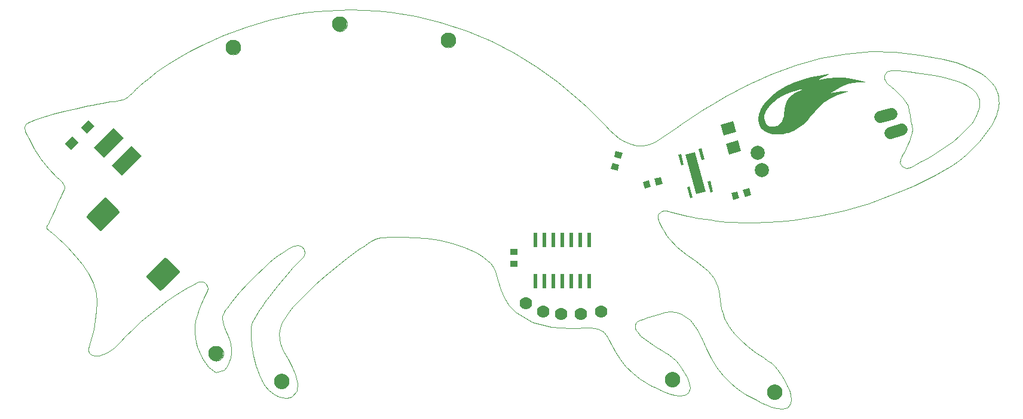
<source format=gbs>
G04 EAGLE Gerber RS-274X export*
G75*
%MOMM*%
%FSLAX34Y34*%
%LPD*%
%INSolder Mask bottom*%
%IPPOS*%
%AMOC8*
5,1,8,0,0,1.08239X$1,22.5*%
G01*
%ADD10C,0.000000*%
%ADD11C,2.100000*%
%ADD12C,0.001000*%
%ADD13R,0.600000X2.000000*%
%ADD14R,1.000000X0.900000*%
%ADD15R,0.400000X1.600000*%
%ADD16R,1.400000X5.800000*%
%ADD17R,1.600000X1.800000*%
%ADD18R,0.900000X1.000000*%
%ADD19C,0.600000*%
%ADD20R,4.000000X2.000000*%
%ADD21C,2.000000*%
%ADD22C,1.778000*%
%ADD23C,1.676400*%
%ADD24R,1.500000X1.220000*%

G36*
X1068185Y389183D02*
X1068185Y389183D01*
X1068186Y389183D01*
X1070485Y389309D01*
X1072837Y389544D01*
X1075237Y389891D01*
X1077679Y390349D01*
X1080160Y390920D01*
X1082675Y391603D01*
X1085219Y392401D01*
X1088119Y393593D01*
X1090929Y394915D01*
X1093642Y396358D01*
X1093643Y396358D01*
X1096253Y397914D01*
X1098755Y399575D01*
X1101141Y401331D01*
X1103405Y403174D01*
X1105540Y405096D01*
X1111248Y410605D01*
X1115902Y416255D01*
X1115903Y416255D01*
X1120338Y422001D01*
X1125390Y427800D01*
X1131895Y433606D01*
X1140687Y439375D01*
X1152604Y445064D01*
X1168480Y450627D01*
X1168481Y450629D01*
X1168482Y450630D01*
X1168482Y450631D01*
X1168482Y450632D01*
X1168480Y450633D01*
X1168478Y450635D01*
X1167956Y450656D01*
X1166458Y450686D01*
X1166457Y450686D01*
X1164082Y450674D01*
X1160931Y450570D01*
X1157104Y450322D01*
X1152701Y449881D01*
X1147824Y449196D01*
X1142594Y448220D01*
X1146563Y450756D01*
X1150707Y453389D01*
X1155251Y455970D01*
X1160441Y458365D01*
X1166522Y460436D01*
X1173738Y462048D01*
X1182335Y463064D01*
X1192557Y463348D01*
X1192558Y463349D01*
X1192560Y463350D01*
X1192560Y463351D01*
X1192561Y463352D01*
X1192559Y463353D01*
X1192558Y463356D01*
X1191143Y463881D01*
X1191143Y463882D01*
X1187109Y465189D01*
X1187108Y465189D01*
X1180771Y466875D01*
X1180770Y466875D01*
X1172445Y468535D01*
X1162449Y469765D01*
X1162449Y469764D01*
X1162448Y469765D01*
X1151097Y470160D01*
X1138706Y469318D01*
X1125612Y466837D01*
X1127381Y468065D01*
X1129054Y469127D01*
X1130700Y470074D01*
X1132400Y470967D01*
X1134240Y471868D01*
X1136304Y472838D01*
X1138675Y473940D01*
X1141436Y475234D01*
X1141437Y475236D01*
X1141439Y475238D01*
X1141438Y475238D01*
X1141438Y475239D01*
X1141436Y475240D01*
X1141434Y475242D01*
X1139457Y475039D01*
X1139457Y475038D01*
X1139457Y475039D01*
X1133984Y474315D01*
X1133983Y474315D01*
X1125695Y472901D01*
X1115275Y470627D01*
X1103407Y467321D01*
X1103406Y467321D01*
X1090773Y462815D01*
X1090772Y462815D01*
X1078056Y456938D01*
X1078056Y456937D01*
X1065940Y449519D01*
X1065940Y449516D01*
X1065938Y449515D01*
X1065938Y438651D01*
X1065939Y438651D01*
X1065939Y438650D01*
X1065940Y438649D01*
X1065942Y438647D01*
X1065943Y438648D01*
X1065945Y438648D01*
X1072315Y442718D01*
X1078758Y445998D01*
X1084991Y448565D01*
X1090728Y450493D01*
X1095686Y451861D01*
X1099579Y452743D01*
X1102124Y453216D01*
X1103006Y453353D01*
X1092090Y448157D01*
X1092090Y448156D01*
X1084878Y442521D01*
X1084877Y442521D01*
X1080575Y436615D01*
X1080575Y436614D01*
X1080574Y436613D01*
X1078362Y430593D01*
X1078362Y430592D01*
X1078361Y430588D01*
X1078360Y430579D01*
X1078359Y430575D01*
X1078358Y430571D01*
X1078358Y430567D01*
X1078357Y430562D01*
X1078356Y430558D01*
X1078356Y430554D01*
X1078355Y430550D01*
X1078354Y430541D01*
X1078353Y430537D01*
X1078352Y430533D01*
X1078352Y430528D01*
X1078351Y430524D01*
X1078350Y430520D01*
X1078350Y430516D01*
X1078349Y430511D01*
X1078348Y430503D01*
X1078346Y430494D01*
X1078346Y430490D01*
X1078345Y430486D01*
X1078344Y430482D01*
X1078344Y430477D01*
X1078343Y430473D01*
X1078342Y430469D01*
X1078342Y430465D01*
X1078340Y430456D01*
X1078340Y430452D01*
X1078339Y430448D01*
X1078338Y430443D01*
X1078338Y430439D01*
X1078337Y430435D01*
X1078336Y430431D01*
X1078336Y430426D01*
X1078334Y430418D01*
X1078334Y430414D01*
X1078333Y430409D01*
X1078332Y430405D01*
X1078332Y430401D01*
X1078331Y430397D01*
X1078330Y430392D01*
X1078330Y430388D01*
X1078328Y430380D01*
X1078328Y430375D01*
X1078327Y430371D01*
X1078326Y430367D01*
X1078326Y430363D01*
X1078325Y430358D01*
X1078324Y430354D01*
X1078324Y430350D01*
X1078322Y430341D01*
X1078321Y430333D01*
X1078320Y430329D01*
X1078320Y430324D01*
X1078319Y430320D01*
X1078318Y430316D01*
X1078318Y430312D01*
X1078317Y430307D01*
X1078316Y430303D01*
X1078315Y430295D01*
X1078314Y430290D01*
X1078314Y430286D01*
X1078313Y430282D01*
X1078312Y430278D01*
X1078312Y430273D01*
X1078311Y430269D01*
X1078310Y430265D01*
X1078309Y430256D01*
X1078308Y430252D01*
X1078308Y430248D01*
X1078307Y430244D01*
X1078306Y430239D01*
X1078306Y430235D01*
X1078305Y430231D01*
X1078304Y430227D01*
X1078303Y430218D01*
X1078302Y430214D01*
X1078302Y430210D01*
X1078301Y430210D01*
X1078302Y430210D01*
X1078301Y430205D01*
X1078300Y430201D01*
X1078300Y430197D01*
X1078299Y430197D01*
X1078300Y430197D01*
X1078299Y430193D01*
X1078298Y430188D01*
X1078297Y430180D01*
X1078295Y430171D01*
X1078295Y430167D01*
X1078294Y430163D01*
X1078293Y430159D01*
X1078293Y430154D01*
X1078292Y430150D01*
X1078291Y430146D01*
X1078291Y430142D01*
X1078289Y430133D01*
X1078289Y430129D01*
X1078288Y430125D01*
X1078287Y430120D01*
X1078287Y430116D01*
X1078286Y430112D01*
X1078285Y430108D01*
X1078285Y430103D01*
X1078283Y430095D01*
X1078283Y430091D01*
X1078282Y430086D01*
X1078281Y430082D01*
X1078281Y430078D01*
X1078280Y430074D01*
X1078279Y430069D01*
X1078279Y430065D01*
X1078277Y430057D01*
X1078277Y430052D01*
X1078276Y430048D01*
X1078275Y430044D01*
X1078275Y430040D01*
X1078274Y430035D01*
X1078273Y430031D01*
X1078273Y430027D01*
X1078271Y430018D01*
X1078271Y430014D01*
X1078270Y430010D01*
X1078269Y430006D01*
X1078269Y430001D01*
X1078268Y429997D01*
X1078267Y429993D01*
X1078267Y429989D01*
X1078265Y429980D01*
X1078264Y429972D01*
X1078263Y429967D01*
X1078263Y429963D01*
X1078262Y429959D01*
X1078261Y429955D01*
X1078261Y429950D01*
X1078260Y429946D01*
X1078259Y429942D01*
X1078258Y429933D01*
X1078257Y429929D01*
X1078257Y429925D01*
X1078256Y429921D01*
X1078255Y429916D01*
X1078255Y429912D01*
X1078254Y429908D01*
X1078253Y429904D01*
X1078252Y429895D01*
X1078251Y429891D01*
X1078251Y429887D01*
X1078250Y429882D01*
X1078249Y429878D01*
X1078249Y429874D01*
X1078248Y429870D01*
X1078247Y429865D01*
X1078246Y429857D01*
X1078245Y429853D01*
X1078245Y429848D01*
X1078244Y429844D01*
X1078243Y429840D01*
X1078243Y429836D01*
X1078242Y429831D01*
X1078241Y429827D01*
X1078240Y429819D01*
X1078239Y429810D01*
X1078238Y429810D01*
X1078239Y429810D01*
X1078238Y429806D01*
X1078237Y429802D01*
X1078237Y429797D01*
X1078236Y429797D01*
X1078237Y429797D01*
X1078236Y429793D01*
X1078235Y429789D01*
X1078235Y429785D01*
X1078234Y429785D01*
X1078234Y429780D01*
X1078232Y429772D01*
X1078232Y429768D01*
X1078231Y429763D01*
X1078230Y429759D01*
X1078230Y429755D01*
X1078229Y429751D01*
X1078228Y429746D01*
X1078228Y429742D01*
X1078226Y429734D01*
X1078226Y429729D01*
X1078225Y429725D01*
X1078224Y429721D01*
X1078224Y429717D01*
X1078223Y429712D01*
X1078222Y429708D01*
X1078222Y429704D01*
X1078220Y429695D01*
X1078220Y429691D01*
X1078219Y429687D01*
X1078218Y429683D01*
X1078218Y429678D01*
X1078217Y429674D01*
X1078216Y429670D01*
X1078216Y429666D01*
X1078214Y429657D01*
X1078213Y429649D01*
X1078212Y429644D01*
X1078212Y429640D01*
X1078211Y429636D01*
X1078210Y429632D01*
X1078210Y429627D01*
X1078209Y429623D01*
X1078208Y429619D01*
X1078207Y429610D01*
X1078206Y429606D01*
X1078206Y429602D01*
X1078205Y429598D01*
X1078204Y429593D01*
X1078204Y429589D01*
X1078203Y429585D01*
X1078202Y429581D01*
X1078201Y429572D01*
X1078200Y429568D01*
X1078200Y429564D01*
X1078199Y429559D01*
X1078198Y429555D01*
X1078198Y429551D01*
X1078197Y429547D01*
X1078196Y429542D01*
X1078195Y429534D01*
X1078194Y429530D01*
X1078194Y429525D01*
X1078193Y429521D01*
X1078192Y429517D01*
X1078192Y429513D01*
X1078191Y429508D01*
X1078190Y429504D01*
X1078189Y429496D01*
X1078188Y429491D01*
X1078188Y429487D01*
X1078187Y429483D01*
X1078186Y429479D01*
X1078186Y429474D01*
X1078185Y429470D01*
X1078184Y429466D01*
X1078183Y429457D01*
X1078182Y429449D01*
X1078181Y429445D01*
X1078180Y429440D01*
X1078180Y429436D01*
X1078179Y429432D01*
X1078178Y429428D01*
X1078178Y429423D01*
X1078177Y429423D01*
X1078178Y429423D01*
X1078177Y429419D01*
X1078176Y429411D01*
X1078175Y429411D01*
X1078176Y429411D01*
X1078175Y429406D01*
X1078174Y429402D01*
X1078174Y429398D01*
X1078173Y429398D01*
X1078174Y429398D01*
X1078173Y429394D01*
X1078172Y429389D01*
X1078172Y429385D01*
X1078171Y429385D01*
X1078171Y429381D01*
X1078169Y429372D01*
X1078169Y429368D01*
X1078168Y429364D01*
X1078167Y429360D01*
X1078167Y429355D01*
X1078166Y429351D01*
X1078165Y429347D01*
X1078165Y429343D01*
X1078163Y429334D01*
X1078163Y429330D01*
X1078162Y429326D01*
X1078161Y429321D01*
X1078161Y429317D01*
X1078160Y429313D01*
X1078159Y429309D01*
X1078159Y429304D01*
X1078157Y429296D01*
X1078156Y429287D01*
X1078155Y429283D01*
X1078155Y429279D01*
X1078154Y429275D01*
X1078153Y429270D01*
X1078153Y429266D01*
X1078152Y429262D01*
X1078151Y429258D01*
X1078150Y429249D01*
X1078149Y429245D01*
X1078149Y429241D01*
X1078148Y429236D01*
X1078147Y429232D01*
X1078147Y429228D01*
X1078146Y429224D01*
X1078145Y429219D01*
X1078144Y429211D01*
X1078143Y429207D01*
X1078143Y429202D01*
X1078142Y429198D01*
X1078141Y429194D01*
X1078141Y429190D01*
X1078140Y429185D01*
X1078139Y429181D01*
X1078138Y429173D01*
X1078137Y429168D01*
X1078137Y429164D01*
X1078136Y429160D01*
X1078135Y429156D01*
X1078135Y429151D01*
X1078134Y429147D01*
X1078133Y429143D01*
X1078132Y429134D01*
X1078131Y429126D01*
X1078130Y429122D01*
X1078129Y429117D01*
X1078129Y429113D01*
X1078128Y429109D01*
X1078127Y429105D01*
X1078127Y429100D01*
X1078126Y429096D01*
X1078125Y429088D01*
X1078124Y429083D01*
X1078123Y429079D01*
X1078123Y429075D01*
X1078122Y429071D01*
X1078121Y429066D01*
X1078121Y429062D01*
X1078120Y429058D01*
X1078119Y429049D01*
X1078118Y429045D01*
X1078117Y429041D01*
X1078117Y429037D01*
X1078116Y429032D01*
X1078115Y429028D01*
X1078115Y429024D01*
X1078114Y429024D01*
X1078115Y429024D01*
X1078114Y429020D01*
X1078113Y429011D01*
X1078112Y429011D01*
X1078113Y429011D01*
X1078112Y429007D01*
X1078111Y429003D01*
X1078111Y428998D01*
X1078110Y428998D01*
X1078111Y428998D01*
X1078110Y428994D01*
X1078109Y428990D01*
X1078108Y428986D01*
X1078108Y428981D01*
X1078106Y428973D01*
X1078106Y428969D01*
X1078105Y428964D01*
X1078104Y428960D01*
X1078104Y428956D01*
X1078103Y428952D01*
X1078102Y428947D01*
X1078102Y428943D01*
X1078100Y428935D01*
X1078099Y428926D01*
X1078098Y428922D01*
X1078098Y428918D01*
X1078097Y428913D01*
X1078096Y428909D01*
X1078096Y428905D01*
X1078095Y428901D01*
X1078094Y428896D01*
X1078093Y428888D01*
X1078092Y428884D01*
X1078092Y428879D01*
X1078091Y428875D01*
X1078090Y428871D01*
X1078090Y428867D01*
X1078089Y428862D01*
X1078088Y428858D01*
X1078087Y428850D01*
X1078086Y428845D01*
X1078086Y428841D01*
X1078085Y428837D01*
X1078084Y428833D01*
X1078084Y428828D01*
X1078083Y428824D01*
X1078082Y428820D01*
X1078081Y428811D01*
X1078080Y428807D01*
X1078080Y428803D01*
X1078079Y428799D01*
X1078078Y428794D01*
X1078078Y428790D01*
X1078077Y428786D01*
X1078076Y428782D01*
X1078075Y428773D01*
X1078074Y428765D01*
X1078073Y428760D01*
X1078072Y428756D01*
X1078072Y428752D01*
X1078071Y428748D01*
X1078070Y428743D01*
X1078070Y428739D01*
X1078069Y428735D01*
X1078068Y428726D01*
X1078067Y428722D01*
X1078066Y428718D01*
X1078066Y428714D01*
X1078065Y428709D01*
X1078064Y428705D01*
X1078064Y428701D01*
X1078063Y428697D01*
X1078062Y428688D01*
X1078061Y428684D01*
X1078060Y428680D01*
X1078060Y428675D01*
X1078059Y428671D01*
X1078058Y428667D01*
X1078058Y428663D01*
X1078057Y428658D01*
X1078056Y428650D01*
X1078055Y428646D01*
X1078054Y428641D01*
X1078054Y428637D01*
X1078053Y428633D01*
X1078052Y428629D01*
X1078052Y428624D01*
X1078051Y428624D01*
X1078052Y428624D01*
X1078051Y428620D01*
X1078050Y428612D01*
X1078049Y428612D01*
X1078050Y428612D01*
X1078048Y428603D01*
X1078048Y428599D01*
X1078047Y428599D01*
X1078048Y428599D01*
X1078047Y428595D01*
X1078046Y428590D01*
X1078045Y428586D01*
X1078045Y428582D01*
X1078044Y428578D01*
X1078043Y428573D01*
X1078042Y428565D01*
X1078041Y428561D01*
X1078041Y428556D01*
X1078040Y428552D01*
X1078039Y428548D01*
X1078039Y428544D01*
X1078038Y428539D01*
X1078037Y428535D01*
X1078036Y428527D01*
X1078035Y428522D01*
X1078035Y428518D01*
X1078034Y428514D01*
X1078033Y428510D01*
X1078033Y428505D01*
X1078032Y428501D01*
X1078031Y428497D01*
X1078030Y428488D01*
X1078029Y428484D01*
X1078029Y428480D01*
X1078028Y428476D01*
X1078027Y428471D01*
X1078027Y428467D01*
X1078026Y428463D01*
X1078025Y428459D01*
X1078024Y428450D01*
X1078023Y428442D01*
X1078022Y428437D01*
X1078021Y428433D01*
X1078021Y428429D01*
X1078020Y428425D01*
X1078019Y428420D01*
X1078018Y428412D01*
X1078017Y428403D01*
X1078016Y428399D01*
X1078015Y428395D01*
X1078015Y428391D01*
X1078014Y428386D01*
X1078013Y428382D01*
X1078013Y428378D01*
X1078012Y428374D01*
X1078011Y428365D01*
X1078010Y428361D01*
X1078009Y428357D01*
X1078009Y428352D01*
X1078008Y428348D01*
X1078007Y428344D01*
X1078007Y428340D01*
X1078006Y428335D01*
X1078005Y428327D01*
X1078004Y428323D01*
X1078003Y428318D01*
X1078003Y428314D01*
X1078002Y428310D01*
X1078001Y428306D01*
X1078001Y428301D01*
X1078000Y428297D01*
X1077999Y428289D01*
X1077998Y428284D01*
X1077997Y428280D01*
X1077997Y428276D01*
X1077996Y428272D01*
X1077995Y428267D01*
X1077995Y428263D01*
X1077994Y428259D01*
X1077993Y428250D01*
X1077991Y428242D01*
X1077991Y428238D01*
X1077990Y428233D01*
X1077989Y428229D01*
X1077989Y428225D01*
X1077988Y428225D01*
X1077989Y428225D01*
X1077988Y428221D01*
X1077987Y428216D01*
X1077987Y428212D01*
X1077986Y428212D01*
X1077987Y428212D01*
X1077985Y428204D01*
X1077985Y428199D01*
X1077984Y428199D01*
X1077984Y428195D01*
X1077983Y428191D01*
X1077982Y428187D01*
X1077982Y428182D01*
X1077981Y428178D01*
X1077980Y428174D01*
X1077979Y428165D01*
X1077978Y428161D01*
X1077978Y428157D01*
X1077977Y428153D01*
X1077976Y428148D01*
X1077976Y428144D01*
X1077975Y428140D01*
X1077974Y428136D01*
X1077973Y428127D01*
X1077972Y428123D01*
X1077972Y428119D01*
X1077971Y428114D01*
X1077970Y428110D01*
X1077970Y428106D01*
X1077969Y428102D01*
X1077968Y428097D01*
X1077967Y428089D01*
X1077966Y428080D01*
X1077965Y428076D01*
X1077964Y428072D01*
X1077964Y428068D01*
X1077963Y428063D01*
X1077962Y428059D01*
X1077962Y428055D01*
X1077961Y428051D01*
X1077960Y428042D01*
X1077959Y428038D01*
X1077958Y428034D01*
X1077958Y428029D01*
X1077957Y428025D01*
X1077956Y428021D01*
X1077956Y428017D01*
X1077955Y428012D01*
X1077954Y428004D01*
X1077953Y428000D01*
X1077952Y427995D01*
X1077952Y427991D01*
X1077951Y427987D01*
X1077950Y427983D01*
X1077950Y427978D01*
X1077949Y427974D01*
X1077948Y427966D01*
X1077947Y427961D01*
X1077946Y427957D01*
X1077946Y427953D01*
X1077945Y427949D01*
X1077944Y427944D01*
X1077944Y427940D01*
X1077943Y427936D01*
X1077942Y427927D01*
X1077940Y427919D01*
X1077940Y427915D01*
X1077939Y427910D01*
X1077938Y427906D01*
X1077938Y427902D01*
X1077937Y427898D01*
X1077936Y427893D01*
X1077936Y427889D01*
X1077934Y427881D01*
X1077934Y427876D01*
X1077933Y427872D01*
X1077932Y427868D01*
X1077932Y427864D01*
X1077931Y427859D01*
X1077930Y427855D01*
X1077930Y427851D01*
X1077928Y427842D01*
X1077928Y427838D01*
X1077927Y427834D01*
X1077926Y427830D01*
X1077926Y427825D01*
X1077925Y427825D01*
X1077926Y427825D01*
X1077925Y427821D01*
X1077924Y427817D01*
X1077924Y427813D01*
X1077923Y427813D01*
X1077924Y427813D01*
X1077922Y427804D01*
X1077922Y427800D01*
X1077921Y427800D01*
X1077921Y427796D01*
X1077920Y427791D01*
X1077919Y427787D01*
X1077919Y427783D01*
X1077918Y427779D01*
X1077917Y427774D01*
X1077916Y427766D01*
X1077915Y427762D01*
X1077915Y427757D01*
X1077914Y427753D01*
X1077913Y427749D01*
X1077913Y427745D01*
X1077912Y427740D01*
X1077911Y427736D01*
X1077910Y427728D01*
X1077909Y427719D01*
X1077908Y427715D01*
X1077907Y427711D01*
X1077907Y427706D01*
X1077906Y427702D01*
X1077905Y427698D01*
X1077905Y427694D01*
X1077904Y427689D01*
X1077903Y427681D01*
X1077902Y427677D01*
X1077901Y427672D01*
X1077901Y427668D01*
X1077900Y427664D01*
X1077899Y427660D01*
X1077899Y427655D01*
X1077898Y427651D01*
X1077897Y427643D01*
X1077896Y427638D01*
X1077895Y427634D01*
X1077895Y427630D01*
X1077894Y427626D01*
X1077893Y427621D01*
X1077893Y427617D01*
X1077892Y427613D01*
X1077891Y427604D01*
X1077890Y427600D01*
X1077889Y427596D01*
X1077889Y427592D01*
X1077888Y427587D01*
X1077887Y427583D01*
X1077887Y427579D01*
X1077886Y427575D01*
X1077885Y427566D01*
X1077883Y427558D01*
X1077883Y427553D01*
X1077882Y427549D01*
X1077881Y427545D01*
X1077881Y427541D01*
X1077880Y427536D01*
X1077879Y427532D01*
X1077879Y427528D01*
X1077877Y427519D01*
X1077877Y427515D01*
X1077876Y427511D01*
X1077875Y427507D01*
X1077875Y427502D01*
X1077874Y427498D01*
X1077873Y427494D01*
X1077873Y427490D01*
X1077871Y427481D01*
X1077871Y427477D01*
X1077870Y427473D01*
X1077869Y427468D01*
X1077869Y427464D01*
X1077868Y427460D01*
X1077867Y427456D01*
X1077867Y427451D01*
X1077865Y427443D01*
X1077865Y427439D01*
X1077864Y427434D01*
X1077863Y427430D01*
X1077863Y427426D01*
X1077862Y427426D01*
X1077863Y427426D01*
X1077862Y427422D01*
X1077861Y427417D01*
X1077861Y427413D01*
X1077860Y427413D01*
X1077861Y427413D01*
X1077859Y427405D01*
X1077858Y427396D01*
X1077857Y427392D01*
X1077856Y427388D01*
X1077856Y427383D01*
X1077855Y427379D01*
X1077854Y427375D01*
X1077854Y427371D01*
X1077853Y427366D01*
X1077852Y427358D01*
X1077851Y427354D01*
X1077850Y427349D01*
X1077850Y427345D01*
X1077849Y427341D01*
X1077848Y427337D01*
X1077848Y427332D01*
X1077847Y427328D01*
X1077846Y427320D01*
X1077845Y427315D01*
X1077844Y427311D01*
X1077844Y427307D01*
X1077843Y427303D01*
X1077842Y427298D01*
X1077842Y427294D01*
X1077841Y427290D01*
X1077840Y427281D01*
X1077839Y427277D01*
X1077838Y427273D01*
X1077838Y427269D01*
X1077837Y427264D01*
X1077836Y427260D01*
X1077836Y427256D01*
X1077835Y427252D01*
X1077834Y427243D01*
X1077833Y427239D01*
X1077832Y427235D01*
X1077832Y427230D01*
X1077831Y427226D01*
X1077830Y427222D01*
X1077830Y427218D01*
X1077829Y427213D01*
X1077828Y427205D01*
X1077826Y427196D01*
X1077826Y427192D01*
X1077825Y427188D01*
X1077824Y427184D01*
X1077824Y427179D01*
X1077823Y427175D01*
X1077822Y427171D01*
X1077822Y427167D01*
X1077820Y427158D01*
X1077820Y427154D01*
X1077819Y427150D01*
X1077818Y427145D01*
X1077818Y427141D01*
X1077817Y427137D01*
X1077816Y427133D01*
X1077816Y427128D01*
X1077814Y427120D01*
X1077814Y427116D01*
X1077813Y427111D01*
X1077812Y427107D01*
X1077812Y427103D01*
X1077811Y427099D01*
X1077810Y427094D01*
X1077810Y427090D01*
X1077808Y427082D01*
X1077808Y427077D01*
X1077807Y427073D01*
X1077806Y427069D01*
X1077806Y427065D01*
X1077805Y427060D01*
X1077804Y427056D01*
X1077804Y427052D01*
X1077802Y427043D01*
X1077801Y427035D01*
X1077800Y427031D01*
X1077800Y427026D01*
X1077799Y427026D01*
X1077800Y427026D01*
X1077799Y427022D01*
X1077798Y427018D01*
X1077798Y427014D01*
X1077797Y427014D01*
X1077798Y427014D01*
X1077797Y427009D01*
X1077796Y427005D01*
X1077795Y426997D01*
X1077794Y426992D01*
X1077793Y426988D01*
X1077793Y426984D01*
X1077792Y426980D01*
X1077791Y426975D01*
X1077791Y426971D01*
X1077790Y426967D01*
X1077789Y426958D01*
X1077788Y426954D01*
X1077787Y426950D01*
X1077787Y426946D01*
X1077786Y426941D01*
X1077785Y426937D01*
X1077785Y426933D01*
X1077784Y426929D01*
X1077783Y426920D01*
X1077782Y426916D01*
X1077781Y426912D01*
X1077781Y426907D01*
X1077780Y426903D01*
X1077779Y426899D01*
X1077779Y426895D01*
X1077778Y426890D01*
X1077777Y426882D01*
X1077775Y426873D01*
X1077775Y426869D01*
X1077774Y426865D01*
X1077773Y426861D01*
X1077773Y426856D01*
X1077772Y426852D01*
X1077771Y426848D01*
X1077771Y426844D01*
X1077769Y426835D01*
X1077769Y426831D01*
X1077768Y426827D01*
X1077767Y426822D01*
X1077767Y426818D01*
X1077766Y426814D01*
X1077765Y426810D01*
X1077765Y426805D01*
X1077763Y426797D01*
X1077763Y426793D01*
X1077762Y426788D01*
X1077761Y426784D01*
X1077761Y426780D01*
X1077760Y426776D01*
X1077759Y426771D01*
X1077759Y426767D01*
X1077757Y426759D01*
X1077757Y426754D01*
X1077756Y426750D01*
X1077755Y426746D01*
X1077755Y426742D01*
X1077754Y426737D01*
X1077753Y426733D01*
X1077753Y426729D01*
X1077751Y426720D01*
X1077751Y426716D01*
X1077750Y426712D01*
X1077749Y426708D01*
X1077749Y426703D01*
X1077748Y426699D01*
X1077747Y426695D01*
X1077747Y426691D01*
X1077745Y426682D01*
X1077744Y426674D01*
X1077743Y426669D01*
X1077743Y426665D01*
X1077742Y426661D01*
X1077741Y426657D01*
X1077741Y426652D01*
X1077740Y426648D01*
X1077739Y426644D01*
X1077738Y426635D01*
X1077737Y426631D01*
X1077737Y426627D01*
X1077736Y426627D01*
X1077737Y426627D01*
X1077736Y426623D01*
X1077735Y426618D01*
X1077735Y426614D01*
X1077734Y426614D01*
X1077735Y426614D01*
X1077734Y426610D01*
X1077733Y426606D01*
X1077732Y426597D01*
X1077731Y426593D01*
X1077730Y426589D01*
X1077730Y426584D01*
X1077729Y426580D01*
X1077728Y426576D01*
X1077728Y426572D01*
X1077727Y426567D01*
X1077726Y426559D01*
X1077725Y426555D01*
X1077724Y426550D01*
X1077724Y426546D01*
X1077723Y426542D01*
X1077722Y426538D01*
X1077722Y426533D01*
X1077721Y426529D01*
X1077720Y426521D01*
X1077718Y426512D01*
X1077718Y426508D01*
X1077717Y426504D01*
X1077716Y426499D01*
X1077716Y426495D01*
X1077715Y426491D01*
X1077714Y426487D01*
X1077714Y426482D01*
X1077712Y426474D01*
X1077712Y426470D01*
X1077711Y426465D01*
X1077710Y426461D01*
X1077710Y426457D01*
X1077709Y426453D01*
X1077708Y426448D01*
X1077708Y426444D01*
X1077706Y426436D01*
X1077706Y426431D01*
X1077705Y426427D01*
X1077704Y426423D01*
X1077704Y426419D01*
X1077703Y426414D01*
X1077702Y426410D01*
X1077702Y426406D01*
X1077700Y426397D01*
X1077700Y426393D01*
X1077699Y426389D01*
X1077698Y426385D01*
X1077698Y426380D01*
X1077697Y426376D01*
X1077696Y426372D01*
X1077696Y426368D01*
X1077694Y426359D01*
X1077693Y426351D01*
X1077692Y426346D01*
X1077692Y426342D01*
X1077691Y426338D01*
X1077690Y426334D01*
X1077690Y426329D01*
X1077689Y426325D01*
X1077688Y426321D01*
X1077687Y426312D01*
X1077686Y426308D01*
X1077686Y426304D01*
X1077685Y426300D01*
X1077684Y426295D01*
X1077684Y426291D01*
X1077683Y426287D01*
X1077682Y426283D01*
X1077681Y426274D01*
X1077680Y426270D01*
X1077680Y426266D01*
X1077679Y426261D01*
X1077678Y426257D01*
X1077678Y426253D01*
X1077677Y426249D01*
X1077676Y426244D01*
X1077675Y426236D01*
X1077674Y426232D01*
X1077674Y426227D01*
X1077673Y426227D01*
X1077674Y426227D01*
X1077673Y426223D01*
X1077672Y426219D01*
X1077672Y426215D01*
X1077671Y426215D01*
X1077672Y426215D01*
X1077671Y426210D01*
X1077670Y426206D01*
X1077669Y426198D01*
X1077668Y426193D01*
X1077667Y426189D01*
X1077667Y426185D01*
X1077666Y426181D01*
X1077665Y426176D01*
X1077665Y426172D01*
X1077664Y426168D01*
X1077663Y426159D01*
X1077661Y426151D01*
X1077661Y426147D01*
X1077660Y426142D01*
X1077659Y426138D01*
X1077659Y426134D01*
X1077658Y426130D01*
X1077657Y426125D01*
X1077657Y426121D01*
X1077655Y426113D01*
X1077655Y426108D01*
X1077654Y426104D01*
X1077653Y426100D01*
X1077653Y426096D01*
X1077652Y426091D01*
X1077651Y426087D01*
X1077651Y426083D01*
X1077649Y426074D01*
X1077649Y426070D01*
X1077648Y426066D01*
X1077647Y426062D01*
X1077647Y426057D01*
X1077646Y426053D01*
X1077645Y426049D01*
X1077645Y426045D01*
X1077643Y426036D01*
X1077643Y426032D01*
X1077642Y426028D01*
X1077641Y426023D01*
X1077641Y426019D01*
X1077640Y426015D01*
X1077639Y426011D01*
X1077639Y426006D01*
X1077637Y425998D01*
X1077636Y425989D01*
X1077635Y425985D01*
X1077635Y425981D01*
X1077634Y425977D01*
X1077633Y425972D01*
X1077633Y425968D01*
X1077632Y425964D01*
X1077631Y425960D01*
X1077630Y425951D01*
X1077629Y425947D01*
X1077629Y425943D01*
X1077628Y425938D01*
X1077627Y425934D01*
X1077627Y425930D01*
X1077626Y425926D01*
X1077625Y425921D01*
X1077624Y425913D01*
X1077623Y425909D01*
X1077623Y425904D01*
X1077622Y425900D01*
X1077621Y425896D01*
X1077621Y425892D01*
X1077620Y425887D01*
X1077619Y425883D01*
X1077618Y425875D01*
X1077617Y425870D01*
X1077617Y425866D01*
X1077616Y425862D01*
X1077615Y425858D01*
X1077615Y425853D01*
X1077614Y425849D01*
X1077613Y425845D01*
X1077612Y425836D01*
X1077611Y425828D01*
X1077610Y425828D01*
X1077611Y425828D01*
X1077610Y425824D01*
X1077609Y425819D01*
X1077609Y425815D01*
X1077608Y425815D01*
X1077609Y425815D01*
X1077608Y425811D01*
X1077607Y425807D01*
X1077607Y425802D01*
X1077606Y425802D01*
X1077606Y425798D01*
X1077604Y425790D01*
X1077604Y425785D01*
X1077603Y425781D01*
X1077602Y425777D01*
X1077602Y425773D01*
X1077601Y425768D01*
X1077600Y425764D01*
X1077600Y425760D01*
X1077598Y425751D01*
X1077598Y425747D01*
X1077597Y425743D01*
X1077596Y425739D01*
X1077596Y425734D01*
X1077595Y425730D01*
X1077594Y425726D01*
X1077594Y425722D01*
X1077592Y425713D01*
X1077592Y425709D01*
X1077591Y425705D01*
X1077590Y425700D01*
X1077590Y425696D01*
X1077589Y425692D01*
X1077588Y425688D01*
X1077588Y425683D01*
X1077586Y425675D01*
X1077586Y425671D01*
X1077585Y425666D01*
X1077584Y425662D01*
X1077584Y425658D01*
X1077583Y425654D01*
X1077582Y425649D01*
X1077582Y425645D01*
X1077580Y425637D01*
X1077579Y425628D01*
X1077578Y425624D01*
X1077578Y425620D01*
X1077577Y425615D01*
X1077576Y425611D01*
X1077576Y425607D01*
X1077575Y425603D01*
X1077574Y425598D01*
X1077573Y425590D01*
X1077572Y425586D01*
X1077572Y425581D01*
X1077571Y425577D01*
X1077570Y425573D01*
X1077570Y425569D01*
X1077569Y425564D01*
X1077568Y425560D01*
X1077567Y425552D01*
X1077566Y425547D01*
X1077566Y425543D01*
X1077565Y425539D01*
X1077564Y425535D01*
X1077564Y425530D01*
X1077563Y425526D01*
X1077562Y425522D01*
X1077561Y425513D01*
X1077560Y425509D01*
X1077560Y425505D01*
X1077559Y425501D01*
X1077558Y425496D01*
X1077558Y425492D01*
X1077557Y425488D01*
X1077556Y425484D01*
X1077555Y425475D01*
X1077554Y425467D01*
X1077553Y425462D01*
X1077552Y425458D01*
X1077552Y425454D01*
X1077551Y425450D01*
X1077550Y425445D01*
X1077550Y425441D01*
X1077549Y425441D01*
X1077550Y425441D01*
X1077549Y425437D01*
X1077548Y425428D01*
X1077547Y425428D01*
X1077548Y425428D01*
X1077547Y425424D01*
X1077546Y425420D01*
X1077546Y425416D01*
X1077545Y425416D01*
X1077546Y425416D01*
X1077545Y425411D01*
X1077544Y425407D01*
X1077544Y425403D01*
X1077543Y425403D01*
X1077543Y425399D01*
X1077541Y425390D01*
X1077541Y425386D01*
X1077540Y425382D01*
X1077539Y425377D01*
X1077539Y425373D01*
X1077538Y425369D01*
X1077537Y425365D01*
X1077537Y425360D01*
X1077535Y425352D01*
X1077535Y425348D01*
X1077534Y425343D01*
X1077533Y425339D01*
X1077533Y425335D01*
X1077532Y425331D01*
X1077531Y425326D01*
X1077531Y425322D01*
X1077529Y425314D01*
X1077528Y425305D01*
X1077527Y425301D01*
X1077527Y425297D01*
X1077526Y425292D01*
X1077525Y425288D01*
X1077525Y425284D01*
X1077524Y425280D01*
X1077523Y425275D01*
X1077522Y425267D01*
X1077521Y425263D01*
X1077521Y425258D01*
X1077520Y425254D01*
X1077519Y425250D01*
X1077519Y425246D01*
X1077518Y425241D01*
X1077517Y425237D01*
X1077516Y425229D01*
X1077515Y425224D01*
X1077515Y425220D01*
X1077514Y425216D01*
X1077513Y425212D01*
X1077513Y425207D01*
X1077512Y425203D01*
X1077511Y425199D01*
X1077510Y425190D01*
X1077509Y425186D01*
X1077509Y425182D01*
X1077508Y425178D01*
X1077507Y425173D01*
X1077507Y425169D01*
X1077506Y425165D01*
X1077505Y425161D01*
X1077504Y425152D01*
X1077503Y425148D01*
X1077503Y425144D01*
X1077502Y425139D01*
X1077501Y425135D01*
X1077501Y425131D01*
X1077500Y425127D01*
X1077499Y425122D01*
X1077498Y425114D01*
X1077497Y425105D01*
X1077496Y425101D01*
X1077495Y425097D01*
X1077495Y425093D01*
X1077494Y425088D01*
X1077493Y425084D01*
X1077493Y425080D01*
X1077492Y425076D01*
X1077491Y425067D01*
X1077490Y425063D01*
X1077489Y425059D01*
X1077489Y425054D01*
X1077488Y425050D01*
X1077487Y425046D01*
X1077487Y425042D01*
X1077486Y425042D01*
X1077487Y425042D01*
X1077486Y425037D01*
X1077485Y425029D01*
X1077484Y425029D01*
X1077485Y425029D01*
X1077484Y425025D01*
X1077483Y425020D01*
X1077483Y425016D01*
X1077482Y425016D01*
X1077483Y425016D01*
X1077482Y425012D01*
X1077481Y425008D01*
X1077481Y425003D01*
X1077480Y425003D01*
X1077480Y424999D01*
X1077478Y424991D01*
X1077478Y424986D01*
X1077477Y424982D01*
X1077476Y424978D01*
X1077476Y424974D01*
X1077475Y424969D01*
X1077474Y424965D01*
X1077474Y424961D01*
X1077472Y424952D01*
X1077471Y424944D01*
X1077470Y424940D01*
X1077470Y424935D01*
X1077469Y424931D01*
X1077468Y424927D01*
X1077468Y424923D01*
X1077467Y424918D01*
X1077466Y424914D01*
X1077465Y424906D01*
X1077464Y424901D01*
X1077464Y424897D01*
X1077463Y424893D01*
X1077462Y424889D01*
X1077462Y424884D01*
X1077461Y424880D01*
X1077460Y424876D01*
X1077459Y424867D01*
X1077458Y424863D01*
X1077458Y424859D01*
X1077457Y424855D01*
X1077456Y424850D01*
X1077456Y424846D01*
X1077455Y424842D01*
X1077454Y424838D01*
X1077453Y424829D01*
X1077452Y424825D01*
X1077452Y424821D01*
X1077451Y424816D01*
X1077450Y424812D01*
X1077450Y424808D01*
X1077449Y424804D01*
X1077448Y424799D01*
X1077447Y424791D01*
X1077446Y424782D01*
X1077445Y424778D01*
X1077444Y424774D01*
X1077444Y424770D01*
X1077443Y424765D01*
X1077442Y424761D01*
X1077442Y424757D01*
X1077441Y424753D01*
X1077440Y424744D01*
X1077439Y424740D01*
X1077438Y424736D01*
X1077438Y424731D01*
X1077437Y424727D01*
X1077436Y424723D01*
X1077436Y424719D01*
X1077435Y424714D01*
X1077434Y424706D01*
X1077433Y424702D01*
X1077432Y424697D01*
X1077432Y424693D01*
X1077431Y424689D01*
X1077430Y424685D01*
X1077430Y424680D01*
X1077429Y424676D01*
X1077428Y424668D01*
X1077427Y424663D01*
X1077426Y424659D01*
X1077426Y424655D01*
X1077425Y424651D01*
X1077424Y424646D01*
X1077424Y424642D01*
X1077423Y424642D01*
X1077424Y424642D01*
X1077423Y424638D01*
X1077422Y424629D01*
X1077421Y424629D01*
X1077422Y424629D01*
X1077421Y424625D01*
X1077420Y424621D01*
X1077420Y424617D01*
X1077419Y424617D01*
X1077420Y424617D01*
X1077419Y424613D01*
X1076925Y418831D01*
X1076924Y418824D01*
X1076923Y418820D01*
X1076922Y418811D01*
X1076921Y418807D01*
X1076920Y418798D01*
X1076919Y418794D01*
X1076918Y418786D01*
X1076917Y418781D01*
X1076916Y418773D01*
X1076915Y418769D01*
X1076914Y418760D01*
X1076913Y418756D01*
X1076912Y418747D01*
X1076911Y418743D01*
X1076910Y418735D01*
X1076909Y418730D01*
X1076908Y418722D01*
X1076907Y418718D01*
X1076906Y418709D01*
X1076905Y418705D01*
X1076904Y418696D01*
X1076903Y418692D01*
X1076902Y418684D01*
X1076901Y418679D01*
X1076900Y418671D01*
X1076899Y418667D01*
X1076898Y418662D01*
X1076898Y418658D01*
X1076897Y418658D01*
X1076898Y418658D01*
X1076897Y418654D01*
X1076896Y418650D01*
X1076895Y418645D01*
X1076895Y418641D01*
X1076894Y418637D01*
X1076893Y418633D01*
X1076893Y418628D01*
X1076892Y418624D01*
X1076891Y418620D01*
X1076891Y418616D01*
X1076890Y418611D01*
X1076889Y418607D01*
X1076889Y418603D01*
X1076888Y418599D01*
X1076887Y418594D01*
X1076887Y418590D01*
X1076886Y418586D01*
X1076885Y418582D01*
X1076885Y418577D01*
X1076884Y418573D01*
X1076883Y418569D01*
X1076883Y418565D01*
X1076882Y418560D01*
X1076881Y418556D01*
X1076881Y418552D01*
X1076880Y418548D01*
X1076879Y418543D01*
X1076879Y418539D01*
X1076878Y418535D01*
X1076877Y418531D01*
X1076877Y418526D01*
X1076876Y418526D01*
X1076877Y418526D01*
X1076876Y418522D01*
X1076875Y418518D01*
X1076874Y418514D01*
X1076874Y418509D01*
X1076873Y418505D01*
X1076872Y418501D01*
X1076872Y418497D01*
X1076871Y418492D01*
X1076870Y418488D01*
X1076870Y418484D01*
X1076869Y418480D01*
X1076868Y418475D01*
X1076868Y418471D01*
X1076867Y418467D01*
X1076866Y418463D01*
X1076866Y418458D01*
X1076865Y418454D01*
X1076864Y418450D01*
X1076864Y418446D01*
X1076863Y418441D01*
X1076862Y418437D01*
X1076862Y418433D01*
X1076861Y418429D01*
X1076860Y418424D01*
X1076860Y418420D01*
X1076859Y418416D01*
X1076858Y418412D01*
X1076858Y418407D01*
X1076857Y418403D01*
X1076856Y418399D01*
X1076856Y418395D01*
X1076855Y418395D01*
X1076856Y418395D01*
X1076855Y418390D01*
X1076854Y418386D01*
X1076853Y418382D01*
X1076852Y418373D01*
X1076851Y418369D01*
X1076850Y418361D01*
X1076849Y418356D01*
X1076848Y418348D01*
X1076847Y418344D01*
X1076846Y418335D01*
X1076845Y418331D01*
X1076844Y418322D01*
X1076843Y418318D01*
X1076842Y418310D01*
X1076841Y418305D01*
X1076840Y418297D01*
X1076839Y418293D01*
X1076838Y418284D01*
X1076837Y418280D01*
X1076836Y418271D01*
X1076835Y418267D01*
X1076834Y418259D01*
X1076833Y418254D01*
X1076832Y418246D01*
X1076831Y418242D01*
X1076830Y418233D01*
X1076829Y418229D01*
X1076828Y418220D01*
X1076827Y418216D01*
X1076826Y418208D01*
X1076825Y418203D01*
X1076824Y418195D01*
X1076823Y418191D01*
X1076822Y418186D01*
X1076822Y418182D01*
X1076821Y418178D01*
X1076820Y418174D01*
X1076820Y418169D01*
X1076819Y418165D01*
X1076818Y418161D01*
X1076818Y418157D01*
X1076817Y418152D01*
X1076816Y418148D01*
X1076816Y418144D01*
X1076815Y418140D01*
X1076814Y418135D01*
X1076814Y418131D01*
X1076813Y418127D01*
X1076812Y418123D01*
X1076812Y418118D01*
X1076811Y418118D01*
X1076812Y418118D01*
X1076811Y418114D01*
X1076810Y418110D01*
X1076809Y418106D01*
X1076809Y418101D01*
X1076808Y418097D01*
X1076807Y418093D01*
X1076807Y418089D01*
X1076806Y418084D01*
X1076805Y418080D01*
X1076805Y418076D01*
X1076804Y418072D01*
X1076803Y418067D01*
X1076803Y418063D01*
X1076802Y418059D01*
X1076801Y418055D01*
X1076801Y418050D01*
X1076800Y418046D01*
X1076799Y418042D01*
X1076799Y418038D01*
X1076798Y418033D01*
X1076797Y418029D01*
X1076797Y418025D01*
X1076796Y418021D01*
X1076795Y418016D01*
X1076795Y418012D01*
X1076794Y418008D01*
X1076793Y418004D01*
X1076793Y417999D01*
X1076792Y417995D01*
X1076791Y417991D01*
X1076791Y417987D01*
X1076790Y417987D01*
X1076791Y417987D01*
X1076790Y417982D01*
X1076789Y417978D01*
X1076788Y417974D01*
X1076788Y417970D01*
X1076787Y417965D01*
X1076786Y417961D01*
X1076786Y417957D01*
X1076785Y417953D01*
X1076784Y417948D01*
X1076784Y417944D01*
X1076783Y417940D01*
X1076782Y417936D01*
X1076782Y417931D01*
X1076781Y417927D01*
X1076780Y417923D01*
X1076780Y417919D01*
X1076779Y417914D01*
X1076778Y417910D01*
X1076778Y417906D01*
X1076776Y417897D01*
X1076776Y417893D01*
X1076774Y417885D01*
X1076774Y417880D01*
X1076772Y417872D01*
X1076772Y417868D01*
X1076770Y417859D01*
X1076770Y417855D01*
X1076769Y417855D01*
X1076770Y417855D01*
X1076768Y417846D01*
X1076767Y417842D01*
X1076766Y417834D01*
X1076765Y417829D01*
X1076764Y417821D01*
X1076763Y417817D01*
X1076762Y417808D01*
X1076761Y417804D01*
X1076760Y417795D01*
X1076759Y417791D01*
X1076758Y417783D01*
X1076757Y417778D01*
X1076756Y417770D01*
X1076755Y417766D01*
X1076754Y417757D01*
X1076753Y417753D01*
X1076752Y417744D01*
X1076751Y417740D01*
X1076750Y417732D01*
X1076749Y417727D01*
X1076748Y417719D01*
X1076747Y417715D01*
X1076746Y417706D01*
X1076745Y417702D01*
X1076744Y417698D01*
X1076744Y417693D01*
X1076743Y417689D01*
X1076742Y417685D01*
X1076742Y417681D01*
X1076741Y417676D01*
X1076740Y417672D01*
X1076740Y417668D01*
X1076739Y417664D01*
X1076738Y417659D01*
X1076738Y417655D01*
X1076737Y417651D01*
X1076736Y417647D01*
X1076736Y417642D01*
X1076735Y417638D01*
X1076734Y417634D01*
X1076734Y417630D01*
X1076733Y417625D01*
X1076732Y417621D01*
X1076732Y417617D01*
X1076731Y417613D01*
X1076730Y417608D01*
X1076730Y417604D01*
X1076729Y417600D01*
X1076728Y417596D01*
X1076728Y417591D01*
X1076727Y417587D01*
X1076726Y417583D01*
X1076726Y417579D01*
X1076725Y417579D01*
X1076726Y417579D01*
X1076725Y417574D01*
X1076724Y417570D01*
X1076723Y417566D01*
X1076723Y417562D01*
X1076722Y417557D01*
X1076721Y417553D01*
X1076721Y417549D01*
X1076720Y417545D01*
X1076719Y417540D01*
X1076719Y417536D01*
X1076718Y417532D01*
X1076717Y417528D01*
X1076717Y417523D01*
X1076716Y417519D01*
X1076715Y417515D01*
X1076715Y417511D01*
X1076714Y417506D01*
X1076713Y417502D01*
X1076713Y417498D01*
X1076712Y417494D01*
X1076711Y417489D01*
X1076711Y417485D01*
X1076710Y417481D01*
X1076709Y417477D01*
X1076709Y417472D01*
X1076708Y417468D01*
X1076707Y417464D01*
X1076707Y417460D01*
X1076706Y417455D01*
X1076705Y417451D01*
X1076705Y417447D01*
X1076704Y417447D01*
X1076705Y417447D01*
X1076704Y417443D01*
X1076703Y417438D01*
X1076702Y417434D01*
X1076702Y417430D01*
X1076701Y417426D01*
X1076700Y417421D01*
X1076700Y417417D01*
X1076698Y417409D01*
X1076698Y417404D01*
X1076696Y417396D01*
X1076696Y417392D01*
X1076694Y417383D01*
X1076694Y417379D01*
X1076692Y417370D01*
X1076692Y417366D01*
X1076690Y417358D01*
X1076690Y417353D01*
X1076688Y417345D01*
X1076688Y417341D01*
X1076686Y417332D01*
X1076686Y417328D01*
X1076684Y417319D01*
X1076684Y417315D01*
X1076683Y417315D01*
X1076684Y417315D01*
X1076682Y417307D01*
X1076681Y417302D01*
X1076680Y417294D01*
X1076679Y417290D01*
X1076678Y417281D01*
X1076677Y417277D01*
X1076676Y417268D01*
X1076675Y417264D01*
X1076674Y417256D01*
X1076673Y417251D01*
X1076672Y417243D01*
X1076671Y417239D01*
X1076670Y417230D01*
X1076669Y417226D01*
X1076669Y417222D01*
X1076668Y417217D01*
X1076667Y417213D01*
X1076667Y417209D01*
X1076666Y417205D01*
X1076665Y417200D01*
X1076665Y417196D01*
X1076664Y417192D01*
X1076663Y417188D01*
X1076663Y417183D01*
X1076662Y417183D01*
X1076663Y417183D01*
X1076662Y417179D01*
X1076661Y417175D01*
X1076661Y417171D01*
X1076660Y417171D01*
X1076660Y417166D01*
X1076659Y417162D01*
X1076658Y417158D01*
X1076658Y417154D01*
X1076657Y417149D01*
X1076656Y417145D01*
X1076656Y417141D01*
X1076655Y417137D01*
X1076654Y417132D01*
X1076654Y417128D01*
X1076653Y417124D01*
X1076652Y417120D01*
X1076652Y417115D01*
X1076651Y417111D01*
X1076650Y417107D01*
X1076650Y417103D01*
X1076649Y417098D01*
X1076648Y417094D01*
X1076648Y417090D01*
X1076647Y417086D01*
X1076646Y417081D01*
X1076646Y417077D01*
X1076645Y417073D01*
X1076644Y417069D01*
X1076644Y417064D01*
X1076643Y417060D01*
X1076642Y417056D01*
X1076642Y417052D01*
X1076641Y417047D01*
X1076640Y417043D01*
X1076640Y417039D01*
X1076639Y417039D01*
X1076639Y417035D01*
X1076638Y417030D01*
X1076637Y417026D01*
X1076637Y417022D01*
X1076636Y417018D01*
X1076635Y417013D01*
X1076635Y417009D01*
X1076634Y417005D01*
X1076633Y417001D01*
X1076633Y416996D01*
X1076632Y416992D01*
X1076631Y416988D01*
X1076631Y416984D01*
X1076630Y416979D01*
X1076629Y416975D01*
X1076629Y416971D01*
X1076628Y416967D01*
X1076627Y416962D01*
X1076627Y416958D01*
X1076626Y416954D01*
X1076625Y416950D01*
X1076625Y416945D01*
X1076624Y416941D01*
X1076623Y416933D01*
X1076622Y416928D01*
X1076621Y416920D01*
X1076620Y416916D01*
X1076619Y416907D01*
X1076618Y416907D01*
X1076619Y416907D01*
X1076618Y416903D01*
X1076616Y416894D01*
X1076616Y416890D01*
X1076614Y416882D01*
X1076614Y416877D01*
X1076612Y416869D01*
X1076612Y416865D01*
X1076610Y416856D01*
X1076610Y416852D01*
X1076608Y416843D01*
X1076608Y416839D01*
X1076606Y416831D01*
X1076606Y416826D01*
X1076604Y416818D01*
X1076604Y416814D01*
X1076602Y416805D01*
X1076602Y416801D01*
X1076600Y416792D01*
X1076600Y416788D01*
X1076598Y416780D01*
X1076598Y416775D01*
X1076597Y416775D01*
X1076598Y416775D01*
X1076596Y416767D01*
X1076595Y416763D01*
X1076594Y416754D01*
X1076593Y416750D01*
X1076592Y416741D01*
X1076591Y416737D01*
X1076591Y416733D01*
X1076590Y416729D01*
X1076589Y416724D01*
X1076589Y416720D01*
X1076588Y416716D01*
X1076587Y416712D01*
X1076587Y416707D01*
X1076586Y416703D01*
X1076585Y416699D01*
X1076585Y416695D01*
X1076584Y416690D01*
X1076583Y416686D01*
X1076583Y416682D01*
X1076582Y416678D01*
X1076581Y416673D01*
X1076581Y416669D01*
X1076580Y416665D01*
X1076579Y416661D01*
X1076579Y416656D01*
X1076578Y416652D01*
X1076577Y416648D01*
X1076577Y416644D01*
X1076576Y416644D01*
X1076577Y416644D01*
X1076576Y416639D01*
X1076575Y416635D01*
X1076574Y416631D01*
X1076574Y416627D01*
X1076573Y416622D01*
X1076572Y416618D01*
X1076572Y416614D01*
X1076571Y416610D01*
X1076570Y416605D01*
X1076570Y416601D01*
X1076569Y416597D01*
X1076568Y416593D01*
X1076568Y416588D01*
X1076567Y416584D01*
X1076566Y416580D01*
X1076566Y416576D01*
X1076565Y416571D01*
X1076564Y416567D01*
X1076564Y416563D01*
X1076563Y416559D01*
X1076562Y416554D01*
X1076562Y416550D01*
X1076561Y416546D01*
X1076560Y416542D01*
X1076560Y416537D01*
X1076559Y416533D01*
X1076558Y416529D01*
X1076558Y416525D01*
X1076557Y416520D01*
X1076556Y416516D01*
X1076556Y416512D01*
X1076555Y416508D01*
X1076554Y416503D01*
X1076554Y416499D01*
X1076553Y416499D01*
X1076553Y416495D01*
X1076552Y416491D01*
X1076551Y416486D01*
X1076551Y416482D01*
X1076550Y416478D01*
X1076549Y416474D01*
X1076549Y416469D01*
X1076548Y416465D01*
X1076547Y416461D01*
X1076547Y416457D01*
X1076546Y416452D01*
X1076545Y416444D01*
X1076544Y416440D01*
X1076543Y416431D01*
X1076542Y416427D01*
X1076541Y416418D01*
X1076540Y416414D01*
X1076539Y416406D01*
X1076538Y416401D01*
X1076537Y416393D01*
X1076536Y416389D01*
X1076535Y416380D01*
X1076534Y416376D01*
X1076533Y416367D01*
X1076532Y416367D01*
X1076533Y416367D01*
X1076532Y416363D01*
X1076530Y416355D01*
X1076530Y416350D01*
X1076528Y416342D01*
X1076528Y416338D01*
X1076526Y416329D01*
X1076526Y416325D01*
X1076524Y416316D01*
X1076524Y416312D01*
X1076522Y416304D01*
X1076522Y416299D01*
X1076520Y416291D01*
X1076520Y416287D01*
X1076518Y416278D01*
X1076518Y416274D01*
X1076516Y416265D01*
X1076516Y416261D01*
X1076515Y416257D01*
X1076514Y416253D01*
X1076514Y416248D01*
X1076513Y416244D01*
X1076512Y416240D01*
X1076512Y416236D01*
X1076511Y416236D01*
X1076512Y416236D01*
X1076511Y416231D01*
X1076510Y416227D01*
X1076509Y416223D01*
X1076509Y416219D01*
X1076508Y416214D01*
X1076507Y416210D01*
X1076507Y416206D01*
X1076506Y416202D01*
X1076505Y416197D01*
X1076505Y416193D01*
X1076504Y416189D01*
X1076503Y416185D01*
X1076503Y416180D01*
X1076502Y416176D01*
X1076501Y416172D01*
X1076501Y416168D01*
X1076500Y416163D01*
X1076499Y416159D01*
X1076499Y416155D01*
X1076498Y416151D01*
X1076497Y416146D01*
X1076497Y416142D01*
X1076496Y416138D01*
X1076495Y416134D01*
X1076495Y416129D01*
X1076494Y416125D01*
X1076493Y416121D01*
X1076493Y416117D01*
X1076492Y416112D01*
X1076491Y416108D01*
X1076491Y416104D01*
X1076490Y416104D01*
X1076491Y416104D01*
X1076490Y416100D01*
X1076489Y416095D01*
X1076488Y416091D01*
X1076488Y416087D01*
X1076487Y416083D01*
X1076486Y416078D01*
X1076486Y416074D01*
X1076485Y416070D01*
X1076484Y416066D01*
X1076484Y416061D01*
X1076483Y416057D01*
X1076482Y416053D01*
X1076482Y416049D01*
X1076481Y416044D01*
X1076480Y416040D01*
X1076480Y416036D01*
X1076479Y416032D01*
X1076478Y416027D01*
X1076478Y416023D01*
X1076477Y416019D01*
X1076476Y416015D01*
X1076476Y416010D01*
X1076475Y416006D01*
X1076474Y416002D01*
X1076474Y415998D01*
X1076473Y415993D01*
X1076472Y415989D01*
X1076472Y415985D01*
X1076471Y415981D01*
X1076470Y415976D01*
X1076469Y415968D01*
X1076468Y415964D01*
X1076467Y415955D01*
X1076466Y415951D01*
X1076465Y415942D01*
X1076464Y415938D01*
X1076463Y415930D01*
X1076462Y415925D01*
X1076461Y415917D01*
X1076460Y415913D01*
X1076459Y415904D01*
X1076458Y415900D01*
X1076457Y415891D01*
X1076456Y415887D01*
X1076455Y415879D01*
X1076454Y415874D01*
X1076453Y415866D01*
X1076452Y415862D01*
X1076451Y415853D01*
X1076450Y415849D01*
X1076449Y415840D01*
X1076448Y415836D01*
X1076447Y415828D01*
X1076446Y415828D01*
X1076447Y415828D01*
X1076446Y415823D01*
X1076444Y415815D01*
X1076444Y415811D01*
X1076442Y415802D01*
X1076442Y415798D01*
X1076440Y415789D01*
X1076440Y415785D01*
X1076438Y415777D01*
X1076438Y415772D01*
X1076437Y415768D01*
X1076436Y415764D01*
X1076436Y415760D01*
X1076435Y415755D01*
X1076434Y415751D01*
X1076434Y415747D01*
X1076433Y415743D01*
X1076432Y415738D01*
X1076432Y415734D01*
X1076431Y415730D01*
X1076430Y415726D01*
X1076430Y415721D01*
X1076429Y415717D01*
X1076428Y415713D01*
X1076428Y415709D01*
X1076427Y415704D01*
X1076426Y415700D01*
X1076426Y415696D01*
X1076425Y415696D01*
X1076426Y415696D01*
X1076425Y415692D01*
X1076424Y415687D01*
X1076423Y415683D01*
X1076423Y415679D01*
X1076422Y415675D01*
X1076421Y415670D01*
X1076421Y415666D01*
X1076420Y415662D01*
X1076419Y415658D01*
X1076419Y415653D01*
X1076418Y415649D01*
X1076417Y415645D01*
X1076417Y415641D01*
X1076416Y415636D01*
X1076415Y415632D01*
X1076415Y415628D01*
X1076414Y415624D01*
X1076413Y415619D01*
X1076413Y415615D01*
X1076412Y415611D01*
X1076411Y415607D01*
X1076411Y415602D01*
X1076410Y415598D01*
X1076409Y415594D01*
X1076409Y415590D01*
X1076408Y415585D01*
X1076407Y415581D01*
X1076407Y415577D01*
X1076406Y415573D01*
X1076405Y415568D01*
X1076405Y415564D01*
X1076404Y415564D01*
X1076405Y415564D01*
X1076404Y415560D01*
X1076403Y415556D01*
X1076402Y415551D01*
X1076402Y415547D01*
X1076401Y415543D01*
X1076400Y415539D01*
X1076400Y415534D01*
X1076399Y415530D01*
X1076398Y415526D01*
X1076398Y415522D01*
X1076397Y415517D01*
X1076396Y415513D01*
X1076396Y415509D01*
X1076395Y415505D01*
X1076394Y415500D01*
X1076394Y415496D01*
X1076393Y415492D01*
X1076392Y415488D01*
X1076391Y415479D01*
X1076390Y415475D01*
X1076389Y415466D01*
X1076388Y415462D01*
X1076387Y415454D01*
X1076386Y415449D01*
X1076385Y415441D01*
X1076384Y415437D01*
X1076383Y415428D01*
X1076382Y415424D01*
X1076381Y415415D01*
X1076380Y415411D01*
X1076379Y415403D01*
X1076378Y415398D01*
X1076377Y415390D01*
X1076376Y415386D01*
X1076375Y415377D01*
X1076374Y415373D01*
X1076373Y415364D01*
X1076372Y415360D01*
X1076371Y415352D01*
X1076370Y415347D01*
X1076369Y415339D01*
X1076368Y415335D01*
X1076367Y415326D01*
X1076366Y415322D01*
X1076365Y415313D01*
X1076364Y415309D01*
X1076363Y415301D01*
X1076362Y415296D01*
X1076361Y415292D01*
X1076361Y415288D01*
X1076360Y415288D01*
X1076361Y415288D01*
X1076360Y415284D01*
X1076359Y415279D01*
X1076358Y415275D01*
X1076358Y415271D01*
X1076357Y415267D01*
X1076356Y415262D01*
X1076356Y415258D01*
X1076355Y415254D01*
X1076354Y415250D01*
X1076354Y415245D01*
X1076353Y415241D01*
X1076352Y415237D01*
X1076352Y415233D01*
X1076351Y415228D01*
X1076350Y415224D01*
X1076350Y415220D01*
X1076349Y415216D01*
X1076348Y415211D01*
X1076348Y415207D01*
X1076347Y415203D01*
X1076346Y415199D01*
X1076346Y415194D01*
X1076345Y415190D01*
X1076344Y415186D01*
X1076344Y415182D01*
X1076343Y415177D01*
X1076342Y415173D01*
X1076342Y415169D01*
X1076341Y415165D01*
X1076340Y415160D01*
X1076340Y415156D01*
X1076339Y415156D01*
X1076340Y415156D01*
X1076339Y415152D01*
X1076338Y415148D01*
X1076337Y415143D01*
X1076337Y415139D01*
X1076336Y415135D01*
X1076335Y415131D01*
X1076335Y415126D01*
X1076334Y415122D01*
X1076333Y415118D01*
X1076333Y415114D01*
X1076332Y415109D01*
X1076331Y415105D01*
X1076331Y415101D01*
X1076330Y415097D01*
X1076329Y415092D01*
X1076329Y415088D01*
X1076328Y415084D01*
X1076327Y415080D01*
X1076327Y415075D01*
X1076326Y415071D01*
X1076325Y415067D01*
X1076325Y415063D01*
X1076324Y415058D01*
X1076323Y415054D01*
X1076323Y415050D01*
X1076322Y415046D01*
X1076321Y415041D01*
X1076321Y415037D01*
X1076320Y415033D01*
X1076319Y415029D01*
X1076319Y415024D01*
X1076318Y415024D01*
X1076319Y415024D01*
X1076318Y415020D01*
X1076317Y415016D01*
X1076316Y415012D01*
X1076315Y415003D01*
X1076314Y414999D01*
X1076313Y414990D01*
X1076312Y414986D01*
X1076311Y414978D01*
X1076310Y414973D01*
X1076309Y414965D01*
X1076308Y414961D01*
X1076307Y414952D01*
X1076306Y414948D01*
X1076305Y414939D01*
X1076304Y414935D01*
X1076303Y414927D01*
X1076302Y414922D01*
X1076301Y414914D01*
X1076300Y414910D01*
X1076299Y414901D01*
X1076298Y414897D01*
X1076297Y414888D01*
X1076296Y414884D01*
X1076295Y414876D01*
X1076294Y414871D01*
X1076293Y414863D01*
X1076292Y414859D01*
X1076291Y414850D01*
X1076290Y414846D01*
X1076289Y414837D01*
X1076288Y414833D01*
X1076287Y414825D01*
X1076286Y414820D01*
X1076285Y414812D01*
X1076284Y414808D01*
X1076283Y414803D01*
X1076283Y414799D01*
X1076282Y414795D01*
X1076281Y414791D01*
X1076281Y414786D01*
X1076280Y414782D01*
X1076279Y414778D01*
X1076279Y414774D01*
X1076278Y414769D01*
X1076277Y414765D01*
X1076277Y414761D01*
X1076276Y414757D01*
X1076275Y414752D01*
X1076275Y414748D01*
X1076274Y414748D01*
X1076275Y414748D01*
X1076274Y414744D01*
X1076273Y414740D01*
X1076272Y414735D01*
X1076272Y414731D01*
X1076271Y414727D01*
X1076270Y414723D01*
X1076270Y414718D01*
X1076269Y414714D01*
X1076268Y414710D01*
X1076268Y414706D01*
X1076267Y414701D01*
X1076266Y414697D01*
X1076266Y414693D01*
X1076265Y414689D01*
X1076264Y414684D01*
X1076264Y414680D01*
X1076263Y414676D01*
X1076262Y414672D01*
X1076262Y414667D01*
X1076261Y414663D01*
X1076260Y414659D01*
X1076260Y414655D01*
X1076259Y414650D01*
X1076258Y414646D01*
X1076258Y414642D01*
X1076257Y414638D01*
X1076256Y414633D01*
X1076256Y414629D01*
X1076255Y414625D01*
X1076254Y414621D01*
X1076254Y414616D01*
X1076253Y414616D01*
X1076254Y414616D01*
X1076253Y414612D01*
X1076252Y414608D01*
X1076251Y414604D01*
X1076251Y414599D01*
X1076250Y414595D01*
X1076249Y414591D01*
X1076249Y414587D01*
X1076248Y414582D01*
X1076247Y414578D01*
X1076247Y414574D01*
X1076246Y414570D01*
X1076245Y414565D01*
X1076245Y414561D01*
X1076244Y414557D01*
X1076243Y414553D01*
X1076243Y414548D01*
X1076242Y414544D01*
X1076241Y414540D01*
X1076241Y414536D01*
X1076240Y414531D01*
X1076239Y414527D01*
X1076239Y414523D01*
X1076237Y414514D01*
X1076237Y414510D01*
X1076235Y414502D01*
X1076235Y414497D01*
X1076233Y414489D01*
X1076233Y414485D01*
X1076232Y414485D01*
X1076233Y414485D01*
X1076231Y414476D01*
X1076230Y414472D01*
X1076229Y414463D01*
X1076228Y414459D01*
X1076227Y414451D01*
X1076226Y414446D01*
X1076225Y414438D01*
X1076224Y414434D01*
X1076223Y414425D01*
X1076222Y414421D01*
X1076221Y414412D01*
X1076220Y414408D01*
X1076219Y414400D01*
X1076218Y414395D01*
X1076217Y414387D01*
X1076216Y414383D01*
X1076215Y414374D01*
X1076214Y414370D01*
X1076213Y414361D01*
X1076212Y414357D01*
X1076211Y414349D01*
X1076210Y414344D01*
X1076209Y414336D01*
X1076208Y414332D01*
X1076207Y414327D01*
X1076207Y414323D01*
X1076206Y414319D01*
X1076205Y414315D01*
X1076205Y414310D01*
X1076204Y414306D01*
X1076203Y414302D01*
X1076203Y414298D01*
X1076202Y414293D01*
X1076201Y414289D01*
X1076201Y414285D01*
X1076200Y414281D01*
X1076199Y414276D01*
X1076199Y414272D01*
X1076198Y414268D01*
X1076197Y414264D01*
X1076197Y414259D01*
X1076196Y414255D01*
X1076195Y414251D01*
X1076195Y414247D01*
X1076194Y414242D01*
X1076193Y414238D01*
X1076193Y414234D01*
X1076192Y414230D01*
X1076191Y414225D01*
X1076191Y414221D01*
X1076190Y414217D01*
X1076189Y414213D01*
X1076189Y414208D01*
X1076188Y414208D01*
X1076189Y414208D01*
X1076188Y414204D01*
X1076187Y414200D01*
X1076186Y414196D01*
X1076186Y414191D01*
X1076185Y414187D01*
X1076184Y414183D01*
X1076184Y414179D01*
X1076183Y414174D01*
X1076182Y414170D01*
X1076182Y414166D01*
X1076181Y414162D01*
X1076180Y414157D01*
X1076180Y414153D01*
X1076179Y414149D01*
X1076178Y414145D01*
X1076178Y414140D01*
X1076177Y414136D01*
X1076176Y414132D01*
X1076176Y414128D01*
X1076175Y414123D01*
X1076174Y414119D01*
X1076174Y414115D01*
X1076173Y414111D01*
X1076172Y414106D01*
X1076172Y414102D01*
X1076171Y414098D01*
X1076170Y414094D01*
X1076170Y414089D01*
X1076169Y414085D01*
X1076168Y414081D01*
X1076168Y414077D01*
X1076167Y414077D01*
X1076168Y414077D01*
X1076167Y414072D01*
X1076166Y414068D01*
X1076165Y414064D01*
X1076165Y414060D01*
X1076164Y414055D01*
X1076163Y414051D01*
X1076163Y414047D01*
X1076161Y414038D01*
X1076161Y414034D01*
X1076159Y414026D01*
X1076159Y414021D01*
X1076157Y414013D01*
X1076157Y414009D01*
X1076155Y414000D01*
X1076155Y413996D01*
X1076153Y413987D01*
X1076153Y413983D01*
X1076151Y413975D01*
X1076151Y413970D01*
X1076149Y413962D01*
X1076149Y413958D01*
X1076147Y413949D01*
X1076147Y413945D01*
X1076146Y413945D01*
X1076147Y413945D01*
X1076145Y413936D01*
X1076144Y413932D01*
X1076143Y413924D01*
X1076142Y413919D01*
X1076141Y413911D01*
X1076140Y413907D01*
X1076139Y413898D01*
X1076138Y413894D01*
X1076137Y413885D01*
X1076136Y413881D01*
X1076135Y413873D01*
X1076134Y413868D01*
X1076133Y413860D01*
X1076132Y413856D01*
X1076131Y413847D01*
X1076130Y413843D01*
X1076130Y413839D01*
X1076129Y413834D01*
X1076128Y413830D01*
X1076128Y413826D01*
X1076127Y413822D01*
X1076126Y413817D01*
X1076126Y413813D01*
X1076125Y413813D01*
X1076126Y413813D01*
X1076125Y413809D01*
X1076124Y413805D01*
X1076124Y413800D01*
X1076123Y413800D01*
X1076123Y413796D01*
X1076122Y413792D01*
X1076121Y413788D01*
X1076121Y413783D01*
X1076120Y413779D01*
X1076119Y413775D01*
X1076119Y413771D01*
X1076118Y413766D01*
X1076117Y413762D01*
X1076117Y413758D01*
X1076116Y413754D01*
X1076115Y413749D01*
X1076115Y413745D01*
X1076114Y413741D01*
X1076113Y413737D01*
X1076113Y413732D01*
X1076112Y413728D01*
X1076111Y413724D01*
X1076111Y413720D01*
X1076110Y413715D01*
X1076109Y413711D01*
X1076109Y413707D01*
X1076108Y413703D01*
X1076107Y413698D01*
X1076107Y413694D01*
X1076106Y413690D01*
X1076105Y413686D01*
X1076105Y413681D01*
X1076104Y413677D01*
X1076103Y413673D01*
X1076103Y413669D01*
X1076102Y413669D01*
X1076102Y413664D01*
X1076101Y413660D01*
X1076100Y413656D01*
X1076100Y413652D01*
X1076099Y413647D01*
X1076098Y413643D01*
X1076098Y413639D01*
X1076097Y413635D01*
X1076096Y413630D01*
X1076096Y413626D01*
X1076095Y413622D01*
X1076094Y413618D01*
X1076094Y413613D01*
X1076093Y413609D01*
X1076092Y413605D01*
X1076092Y413601D01*
X1076091Y413596D01*
X1076090Y413592D01*
X1076090Y413588D01*
X1076089Y413584D01*
X1076088Y413579D01*
X1076088Y413575D01*
X1076087Y413571D01*
X1076086Y413562D01*
X1076085Y413558D01*
X1076084Y413550D01*
X1076083Y413545D01*
X1076082Y413537D01*
X1076081Y413537D01*
X1076082Y413537D01*
X1076081Y413533D01*
X1076079Y413524D01*
X1076079Y413520D01*
X1076077Y413511D01*
X1076077Y413507D01*
X1076075Y413499D01*
X1076075Y413494D01*
X1076073Y413486D01*
X1076073Y413482D01*
X1076071Y413473D01*
X1076071Y413469D01*
X1076069Y413460D01*
X1076069Y413456D01*
X1076067Y413448D01*
X1076067Y413443D01*
X1076065Y413435D01*
X1076065Y413431D01*
X1076063Y413422D01*
X1076063Y413418D01*
X1076061Y413409D01*
X1076061Y413405D01*
X1076060Y413405D01*
X1076061Y413405D01*
X1076060Y413404D01*
X1074005Y408488D01*
X1073043Y407076D01*
X1072058Y405826D01*
X1071055Y404727D01*
X1070039Y403771D01*
X1069015Y402950D01*
X1067987Y402255D01*
X1066961Y401676D01*
X1065941Y401206D01*
X1065940Y401203D01*
X1065938Y401202D01*
X1065938Y389171D01*
X1065942Y389167D01*
X1065943Y389167D01*
X1068185Y389183D01*
G37*
G36*
X1065747Y389181D02*
X1065747Y389181D01*
X1065746Y389182D01*
X1065747Y389182D01*
X1065747Y401117D01*
X1065747Y401118D01*
X1065746Y401119D01*
X1065743Y401121D01*
X1065742Y401121D01*
X1065741Y401121D01*
X1063529Y400460D01*
X1061434Y400192D01*
X1059511Y400223D01*
X1057814Y400459D01*
X1056399Y400807D01*
X1055321Y401172D01*
X1054633Y401459D01*
X1054393Y401576D01*
X1050896Y405051D01*
X1049077Y408859D01*
X1048563Y412754D01*
X1048564Y412765D01*
X1048564Y412769D01*
X1048565Y412773D01*
X1048565Y412777D01*
X1048565Y412778D01*
X1048566Y412782D01*
X1048567Y412790D01*
X1048567Y412794D01*
X1048567Y412795D01*
X1048568Y412799D01*
X1048568Y412803D01*
X1048569Y412807D01*
X1048570Y412820D01*
X1048571Y412824D01*
X1048571Y412828D01*
X1048571Y412829D01*
X1048571Y412833D01*
X1048572Y412837D01*
X1048573Y412850D01*
X1048574Y412854D01*
X1048574Y412858D01*
X1048575Y412862D01*
X1048575Y412863D01*
X1048576Y412875D01*
X1048577Y412879D01*
X1048577Y412880D01*
X1048577Y412884D01*
X1048578Y412888D01*
X1048578Y412892D01*
X1048580Y412905D01*
X1048580Y412909D01*
X1048580Y412913D01*
X1048580Y412914D01*
X1048581Y412918D01*
X1048581Y412922D01*
X1048582Y412930D01*
X1048582Y412931D01*
X1048583Y412935D01*
X1048583Y412939D01*
X1048584Y412943D01*
X1048584Y412947D01*
X1048584Y412948D01*
X1048586Y412960D01*
X1048586Y412964D01*
X1048586Y412965D01*
X1048587Y412969D01*
X1048587Y412973D01*
X1048588Y412977D01*
X1048589Y412990D01*
X1048589Y412994D01*
X1048590Y412998D01*
X1048590Y412999D01*
X1048590Y413003D01*
X1048592Y413015D01*
X1048592Y413016D01*
X1048592Y413020D01*
X1048593Y413024D01*
X1048593Y413028D01*
X1048594Y413032D01*
X1048594Y413033D01*
X1048595Y413045D01*
X1048596Y413049D01*
X1048596Y413050D01*
X1048596Y413054D01*
X1048597Y413058D01*
X1048597Y413062D01*
X1048598Y413071D01*
X1048598Y413075D01*
X1048599Y413079D01*
X1048599Y413083D01*
X1048599Y413084D01*
X1048600Y413088D01*
X1048601Y413100D01*
X1048601Y413101D01*
X1048602Y413105D01*
X1048602Y413109D01*
X1048603Y413113D01*
X1048603Y413117D01*
X1048603Y413118D01*
X1048605Y413130D01*
X1048605Y413134D01*
X1048605Y413135D01*
X1048606Y413139D01*
X1048606Y413143D01*
X1048607Y413156D01*
X1048608Y413160D01*
X1048608Y413164D01*
X1048609Y413168D01*
X1048609Y413169D01*
X1048609Y413173D01*
X1048611Y413185D01*
X1048611Y413186D01*
X1048611Y413190D01*
X1048612Y413194D01*
X1048612Y413198D01*
X1048613Y413202D01*
X1048613Y413203D01*
X1048614Y413211D01*
X1048614Y413215D01*
X1048615Y413219D01*
X1048615Y413220D01*
X1048615Y413224D01*
X1048615Y413228D01*
X1048616Y413228D01*
X1048615Y413228D01*
X1048617Y413241D01*
X1048617Y413245D01*
X1048618Y413249D01*
X1048618Y413253D01*
X1048618Y413254D01*
X1048619Y413258D01*
X1048620Y413270D01*
X1048620Y413271D01*
X1048621Y413275D01*
X1048621Y413279D01*
X1048622Y413283D01*
X1048623Y413296D01*
X1048624Y413300D01*
X1048624Y413304D01*
X1048624Y413305D01*
X1048624Y413309D01*
X1048625Y413309D01*
X1048624Y413309D01*
X1048625Y413313D01*
X1048626Y413326D01*
X1048627Y413330D01*
X1048627Y413334D01*
X1048628Y413338D01*
X1048628Y413339D01*
X1048628Y413343D01*
X1048629Y413351D01*
X1048630Y413355D01*
X1048630Y413356D01*
X1048630Y413360D01*
X1048631Y413364D01*
X1048631Y413368D01*
X1048633Y413381D01*
X1048633Y413385D01*
X1048633Y413389D01*
X1048634Y413389D01*
X1048633Y413390D01*
X1048634Y413394D01*
X1048634Y413398D01*
X1048636Y413411D01*
X1048636Y413415D01*
X1048637Y413419D01*
X1048637Y413423D01*
X1048637Y413424D01*
X1048639Y413436D01*
X1048639Y413440D01*
X1048639Y413441D01*
X1048640Y413445D01*
X1048640Y413449D01*
X1048641Y413453D01*
X1048642Y413466D01*
X1048642Y413470D01*
X1048643Y413470D01*
X1048642Y413470D01*
X1048643Y413474D01*
X1048643Y413475D01*
X1048643Y413479D01*
X1048644Y413483D01*
X1048645Y413496D01*
X1048646Y413500D01*
X1048646Y413504D01*
X1048647Y413508D01*
X1048647Y413509D01*
X1048648Y413521D01*
X1048649Y413525D01*
X1048649Y413526D01*
X1048649Y413530D01*
X1048650Y413534D01*
X1048650Y413538D01*
X1048651Y413551D01*
X1048652Y413551D01*
X1048651Y413551D01*
X1048652Y413555D01*
X1048652Y413559D01*
X1048652Y413560D01*
X1048653Y413564D01*
X1048654Y413576D01*
X1048654Y413577D01*
X1048655Y413581D01*
X1048655Y413585D01*
X1048656Y413589D01*
X1048656Y413593D01*
X1048656Y413594D01*
X1048658Y413606D01*
X1048658Y413610D01*
X1048658Y413611D01*
X1048659Y413615D01*
X1048659Y413619D01*
X1048660Y413623D01*
X1048661Y413636D01*
X1048661Y413640D01*
X1048662Y413644D01*
X1048662Y413645D01*
X1048662Y413649D01*
X1048664Y413661D01*
X1048664Y413662D01*
X1048664Y413666D01*
X1048665Y413670D01*
X1048665Y413674D01*
X1048666Y413678D01*
X1048666Y413679D01*
X1048667Y413691D01*
X1048668Y413695D01*
X1048668Y413696D01*
X1048668Y413700D01*
X1048669Y413704D01*
X1048669Y413708D01*
X1048670Y413717D01*
X1048670Y413721D01*
X1048671Y413725D01*
X1048671Y413729D01*
X1048671Y413730D01*
X1048672Y413734D01*
X1048673Y413746D01*
X1048673Y413747D01*
X1048674Y413751D01*
X1048674Y413755D01*
X1048675Y413759D01*
X1048675Y413763D01*
X1048675Y413764D01*
X1048677Y413776D01*
X1048677Y413780D01*
X1048677Y413781D01*
X1048678Y413785D01*
X1048678Y413789D01*
X1048679Y413802D01*
X1048680Y413806D01*
X1048680Y413810D01*
X1048681Y413814D01*
X1048681Y413815D01*
X1048681Y413819D01*
X1048683Y413831D01*
X1048683Y413832D01*
X1048683Y413836D01*
X1048684Y413840D01*
X1048684Y413844D01*
X1048685Y413848D01*
X1048685Y413849D01*
X1048686Y413857D01*
X1048686Y413861D01*
X1048687Y413865D01*
X1048687Y413866D01*
X1048687Y413870D01*
X1048687Y413874D01*
X1048689Y413887D01*
X1048689Y413891D01*
X1048690Y413895D01*
X1048690Y413899D01*
X1048690Y413900D01*
X1048691Y413904D01*
X1048692Y413916D01*
X1048692Y413917D01*
X1048693Y413921D01*
X1048693Y413925D01*
X1048694Y413929D01*
X1048695Y413942D01*
X1048696Y413946D01*
X1048696Y413950D01*
X1048696Y413951D01*
X1048696Y413955D01*
X1048697Y413959D01*
X1048698Y413972D01*
X1048699Y413976D01*
X1048699Y413980D01*
X1048700Y413984D01*
X1048700Y413985D01*
X1048700Y413989D01*
X1048701Y413997D01*
X1048702Y414001D01*
X1048702Y414002D01*
X1048702Y414006D01*
X1048703Y414010D01*
X1048703Y414014D01*
X1048705Y414027D01*
X1048705Y414031D01*
X1048705Y414035D01*
X1048705Y414036D01*
X1048706Y414040D01*
X1048706Y414044D01*
X1048708Y414057D01*
X1048708Y414061D01*
X1048709Y414065D01*
X1048709Y414069D01*
X1048709Y414070D01*
X1048711Y414082D01*
X1048711Y414086D01*
X1048711Y414087D01*
X1048712Y414091D01*
X1048712Y414095D01*
X1048713Y414099D01*
X1048714Y414112D01*
X1048714Y414116D01*
X1048715Y414120D01*
X1048715Y414121D01*
X1048715Y414125D01*
X1048716Y414129D01*
X1048717Y414137D01*
X1048717Y414138D01*
X1048717Y414142D01*
X1048718Y414146D01*
X1048718Y414150D01*
X1048719Y414154D01*
X1048719Y414155D01*
X1048720Y414167D01*
X1048721Y414171D01*
X1048721Y414172D01*
X1048721Y414176D01*
X1048722Y414180D01*
X1048722Y414184D01*
X1048723Y414197D01*
X1048724Y414201D01*
X1048724Y414205D01*
X1048724Y414206D01*
X1048725Y414210D01*
X1048726Y414222D01*
X1048726Y414223D01*
X1048727Y414227D01*
X1048727Y414231D01*
X1048728Y414235D01*
X1048728Y414239D01*
X1048728Y414240D01*
X1048730Y414252D01*
X1048730Y414256D01*
X1048730Y414257D01*
X1048731Y414261D01*
X1048731Y414265D01*
X1048731Y414269D01*
X1048732Y414269D01*
X1048732Y414278D01*
X1048733Y414282D01*
X1048733Y414286D01*
X1048734Y414290D01*
X1048734Y414291D01*
X1048734Y414295D01*
X1048736Y414307D01*
X1048736Y414308D01*
X1048736Y414312D01*
X1048737Y414316D01*
X1048737Y414320D01*
X1048738Y414324D01*
X1048738Y414325D01*
X1048739Y414337D01*
X1048740Y414341D01*
X1048740Y414342D01*
X1048740Y414346D01*
X1048740Y414350D01*
X1048741Y414350D01*
X1048740Y414350D01*
X1048742Y414363D01*
X1048742Y414367D01*
X1048743Y414371D01*
X1048743Y414375D01*
X1048743Y414376D01*
X1048744Y414380D01*
X1048745Y414392D01*
X1048745Y414393D01*
X1048746Y414397D01*
X1048746Y414401D01*
X1048747Y414405D01*
X1048747Y414409D01*
X1048747Y414410D01*
X1048748Y414418D01*
X1048749Y414422D01*
X1048749Y414426D01*
X1048749Y414427D01*
X1048749Y414431D01*
X1048750Y414431D01*
X1048749Y414431D01*
X1048750Y414435D01*
X1048751Y414448D01*
X1048752Y414452D01*
X1048752Y414456D01*
X1048753Y414460D01*
X1048753Y414461D01*
X1048753Y414465D01*
X1048755Y414477D01*
X1048755Y414478D01*
X1048755Y414482D01*
X1048756Y414486D01*
X1048756Y414490D01*
X1048758Y414503D01*
X1048758Y414507D01*
X1048758Y414511D01*
X1048759Y414511D01*
X1048758Y414512D01*
X1048759Y414516D01*
X1048759Y414520D01*
X1048761Y414533D01*
X1048761Y414537D01*
X1048762Y414541D01*
X1048762Y414545D01*
X1048762Y414546D01*
X1048763Y414550D01*
X1048764Y414558D01*
X1048764Y414562D01*
X1048764Y414563D01*
X1048765Y414567D01*
X1048765Y414571D01*
X1048766Y414575D01*
X1048767Y414588D01*
X1048767Y414592D01*
X1048768Y414592D01*
X1048767Y414592D01*
X1048768Y414596D01*
X1048768Y414597D01*
X1048768Y414601D01*
X1048769Y414605D01*
X1048770Y414618D01*
X1048771Y414622D01*
X1048771Y414626D01*
X1048772Y414630D01*
X1048772Y414631D01*
X1048773Y414643D01*
X1048774Y414647D01*
X1048774Y414648D01*
X1048774Y414652D01*
X1048775Y414656D01*
X1048775Y414660D01*
X1048776Y414673D01*
X1048777Y414673D01*
X1048776Y414673D01*
X1048777Y414677D01*
X1048777Y414681D01*
X1048777Y414682D01*
X1048778Y414686D01*
X1048778Y414690D01*
X1048780Y414703D01*
X1048780Y414707D01*
X1048781Y414711D01*
X1048781Y414715D01*
X1048781Y414716D01*
X1048783Y414728D01*
X1048783Y414732D01*
X1048783Y414733D01*
X1048784Y414737D01*
X1048784Y414741D01*
X1048785Y414745D01*
X1048786Y414758D01*
X1048786Y414762D01*
X1048787Y414766D01*
X1048787Y414767D01*
X1048787Y414771D01*
X1048789Y414783D01*
X1048789Y414784D01*
X1048789Y414788D01*
X1048790Y414792D01*
X1048790Y414796D01*
X1048791Y414800D01*
X1048791Y414801D01*
X1048792Y414813D01*
X1048793Y414817D01*
X1048793Y414818D01*
X1048793Y414822D01*
X1048794Y414826D01*
X1048794Y414830D01*
X1048795Y414843D01*
X1048796Y414847D01*
X1048796Y414851D01*
X1048796Y414852D01*
X1048797Y414856D01*
X1048798Y414868D01*
X1048798Y414869D01*
X1048799Y414873D01*
X1048799Y414877D01*
X1048800Y414881D01*
X1048800Y414885D01*
X1048800Y414886D01*
X1048802Y414898D01*
X1048802Y414902D01*
X1048802Y414903D01*
X1048803Y414907D01*
X1048803Y414911D01*
X1048803Y414915D01*
X1048804Y414924D01*
X1048805Y414928D01*
X1048805Y414932D01*
X1048806Y414936D01*
X1048806Y414937D01*
X1048806Y414941D01*
X1048808Y414953D01*
X1048808Y414954D01*
X1048808Y414958D01*
X1048809Y414962D01*
X1048809Y414966D01*
X1048810Y414970D01*
X1048810Y414971D01*
X1048811Y414983D01*
X1048812Y414987D01*
X1048812Y414988D01*
X1048812Y414992D01*
X1048812Y414996D01*
X1048814Y415009D01*
X1048814Y415013D01*
X1048815Y415017D01*
X1048815Y415021D01*
X1048815Y415022D01*
X1048816Y415026D01*
X1048817Y415038D01*
X1048817Y415039D01*
X1048818Y415043D01*
X1048818Y415047D01*
X1048819Y415051D01*
X1048819Y415055D01*
X1048819Y415056D01*
X1048820Y415064D01*
X1048821Y415068D01*
X1048821Y415072D01*
X1048821Y415073D01*
X1048821Y415077D01*
X1048822Y415081D01*
X1048823Y415094D01*
X1048824Y415098D01*
X1048824Y415102D01*
X1048825Y415106D01*
X1048825Y415107D01*
X1048825Y415111D01*
X1048827Y415123D01*
X1048827Y415124D01*
X1048827Y415128D01*
X1048828Y415132D01*
X1048828Y415136D01*
X1048830Y415149D01*
X1048830Y415153D01*
X1048830Y415157D01*
X1048830Y415158D01*
X1048831Y415162D01*
X1048831Y415166D01*
X1048833Y415179D01*
X1048833Y415183D01*
X1048834Y415187D01*
X1048834Y415191D01*
X1048834Y415192D01*
X1048835Y415196D01*
X1048836Y415204D01*
X1048836Y415208D01*
X1048836Y415209D01*
X1048837Y415213D01*
X1048837Y415217D01*
X1048838Y415221D01*
X1048839Y415234D01*
X1048839Y415238D01*
X1048840Y415242D01*
X1048840Y415243D01*
X1048840Y415247D01*
X1048841Y415251D01*
X1048842Y415264D01*
X1048843Y415268D01*
X1048843Y415272D01*
X1048844Y415276D01*
X1048844Y415277D01*
X1048845Y415289D01*
X1048846Y415293D01*
X1048846Y415294D01*
X1048846Y415298D01*
X1048847Y415302D01*
X1048847Y415306D01*
X1048848Y415319D01*
X1048849Y415323D01*
X1048849Y415327D01*
X1048849Y415328D01*
X1048850Y415332D01*
X1048850Y415336D01*
X1048851Y415344D01*
X1048851Y415345D01*
X1048852Y415349D01*
X1048852Y415353D01*
X1048853Y415357D01*
X1048853Y415361D01*
X1048853Y415362D01*
X1048855Y415374D01*
X1048855Y415378D01*
X1048855Y415379D01*
X1048856Y415383D01*
X1048856Y415387D01*
X1048856Y415391D01*
X1048857Y415391D01*
X1048858Y415404D01*
X1048858Y415408D01*
X1048859Y415412D01*
X1048859Y415413D01*
X1048859Y415417D01*
X1048861Y415429D01*
X1048861Y415430D01*
X1048861Y415434D01*
X1048862Y415438D01*
X1048862Y415442D01*
X1048863Y415446D01*
X1048863Y415447D01*
X1048864Y415459D01*
X1048865Y415463D01*
X1048865Y415464D01*
X1048865Y415468D01*
X1048865Y415472D01*
X1048866Y415472D01*
X1048865Y415472D01*
X1048866Y415476D01*
X1048867Y415485D01*
X1048867Y415489D01*
X1048868Y415493D01*
X1048868Y415497D01*
X1048868Y415498D01*
X1048869Y415502D01*
X1048870Y415514D01*
X1048870Y415515D01*
X1048871Y415519D01*
X1048871Y415523D01*
X1048872Y415527D01*
X1048872Y415531D01*
X1048872Y415532D01*
X1048874Y415544D01*
X1048874Y415548D01*
X1048874Y415549D01*
X1048874Y415553D01*
X1048875Y415553D01*
X1048874Y415553D01*
X1048875Y415557D01*
X1048876Y415570D01*
X1048877Y415574D01*
X1048877Y415578D01*
X1048878Y415582D01*
X1048878Y415583D01*
X1048878Y415587D01*
X1048880Y415599D01*
X1048880Y415600D01*
X1048880Y415604D01*
X1048881Y415608D01*
X1048881Y415612D01*
X1048882Y415616D01*
X1048882Y415617D01*
X1048883Y415625D01*
X1048883Y415629D01*
X1048883Y415633D01*
X1048884Y415633D01*
X1048883Y415634D01*
X1048884Y415638D01*
X1048884Y415642D01*
X1048886Y415655D01*
X1048886Y415659D01*
X1048887Y415663D01*
X1048887Y415667D01*
X1048887Y415668D01*
X1048888Y415672D01*
X1048889Y415684D01*
X1048889Y415685D01*
X1048890Y415689D01*
X1048890Y415693D01*
X1048891Y415697D01*
X1048892Y415710D01*
X1048892Y415714D01*
X1048893Y415714D01*
X1048892Y415714D01*
X1048893Y415718D01*
X1048893Y415719D01*
X1048893Y415723D01*
X1048894Y415727D01*
X1048895Y415740D01*
X1048896Y415744D01*
X1048896Y415748D01*
X1048897Y415752D01*
X1048897Y415753D01*
X1048897Y415757D01*
X1048898Y415765D01*
X1048899Y415769D01*
X1048899Y415770D01*
X1048899Y415774D01*
X1048900Y415778D01*
X1048900Y415782D01*
X1048901Y415795D01*
X1048902Y415795D01*
X1048901Y415795D01*
X1048902Y415799D01*
X1048902Y415803D01*
X1048902Y415804D01*
X1048903Y415808D01*
X1048903Y415812D01*
X1048905Y415825D01*
X1048905Y415829D01*
X1048906Y415833D01*
X1048906Y415837D01*
X1048906Y415838D01*
X1048908Y415850D01*
X1048908Y415854D01*
X1048908Y415855D01*
X1048909Y415859D01*
X1048909Y415863D01*
X1048910Y415867D01*
X1048911Y415880D01*
X1048911Y415884D01*
X1048912Y415888D01*
X1048912Y415889D01*
X1048912Y415893D01*
X1048913Y415897D01*
X1048914Y415905D01*
X1048914Y415906D01*
X1048914Y415910D01*
X1048915Y415914D01*
X1048915Y415918D01*
X1048916Y415922D01*
X1048916Y415923D01*
X1048917Y415935D01*
X1048918Y415939D01*
X1048918Y415940D01*
X1048918Y415944D01*
X1048919Y415948D01*
X1048919Y415952D01*
X1048920Y415965D01*
X1048921Y415969D01*
X1048921Y415973D01*
X1048921Y415974D01*
X1048922Y415978D01*
X1048923Y415990D01*
X1048923Y415991D01*
X1048924Y415995D01*
X1048924Y415999D01*
X1048925Y416003D01*
X1048925Y416007D01*
X1048925Y416008D01*
X1048927Y416020D01*
X1048927Y416024D01*
X1048927Y416025D01*
X1048928Y416029D01*
X1048928Y416033D01*
X1048928Y416037D01*
X1048930Y416050D01*
X1048930Y416054D01*
X1048931Y416058D01*
X1048931Y416059D01*
X1048931Y416063D01*
X1048933Y416075D01*
X1048933Y416076D01*
X1048933Y416080D01*
X1048934Y416084D01*
X1048934Y416088D01*
X1048935Y416092D01*
X1048935Y416093D01*
X1048936Y416105D01*
X1048937Y416109D01*
X1048937Y416110D01*
X1048937Y416114D01*
X1048937Y416118D01*
X1048939Y416131D01*
X1048939Y416135D01*
X1048940Y416139D01*
X1048940Y416143D01*
X1048940Y416144D01*
X1048941Y416148D01*
X1048942Y416160D01*
X1048942Y416161D01*
X1048943Y416165D01*
X1048943Y416169D01*
X1048944Y416173D01*
X1048944Y416177D01*
X1048944Y416178D01*
X1048946Y416190D01*
X1048946Y416194D01*
X1048946Y416195D01*
X1048946Y416199D01*
X1048947Y416203D01*
X1048948Y416216D01*
X1048949Y416220D01*
X1048949Y416224D01*
X1048950Y416228D01*
X1048950Y416229D01*
X1048950Y416233D01*
X1048952Y416245D01*
X1048952Y416246D01*
X1048952Y416250D01*
X1048953Y416254D01*
X1048953Y416258D01*
X1048954Y416262D01*
X1048954Y416263D01*
X1048955Y416271D01*
X1048955Y416275D01*
X1048955Y416279D01*
X1048955Y416280D01*
X1048956Y416284D01*
X1048956Y416288D01*
X1048958Y416301D01*
X1048958Y416305D01*
X1048959Y416309D01*
X1048959Y416313D01*
X1048959Y416314D01*
X1048960Y416318D01*
X1048961Y416330D01*
X1048961Y416331D01*
X1048962Y416335D01*
X1048962Y416339D01*
X1048963Y416343D01*
X1048964Y416356D01*
X1048964Y416360D01*
X1048965Y416364D01*
X1048965Y416365D01*
X1048965Y416369D01*
X1048966Y416373D01*
X1048967Y416386D01*
X1048968Y416390D01*
X1048968Y416394D01*
X1048969Y416398D01*
X1048969Y416399D01*
X1048969Y416403D01*
X1048970Y416411D01*
X1048971Y416415D01*
X1048971Y416416D01*
X1048971Y416420D01*
X1048972Y416424D01*
X1048972Y416428D01*
X1048973Y416441D01*
X1048974Y416445D01*
X1048974Y416449D01*
X1048974Y416450D01*
X1048975Y416454D01*
X1048975Y416458D01*
X1048977Y416471D01*
X1048977Y416475D01*
X1048978Y416479D01*
X1048978Y416483D01*
X1048978Y416484D01*
X1048979Y416491D01*
X1049953Y419824D01*
X1051111Y422509D01*
X1052080Y424300D01*
X1052485Y424951D01*
X1053891Y426958D01*
X1055384Y428870D01*
X1056957Y430692D01*
X1058602Y432424D01*
X1060311Y434068D01*
X1062077Y435629D01*
X1063890Y437106D01*
X1065745Y438504D01*
X1065746Y438506D01*
X1065746Y438507D01*
X1065747Y438508D01*
X1065747Y449375D01*
X1065746Y449376D01*
X1065746Y449377D01*
X1065745Y449378D01*
X1065743Y449379D01*
X1065742Y449379D01*
X1065741Y449378D01*
X1065740Y449379D01*
X1062952Y447304D01*
X1060251Y445126D01*
X1057647Y442841D01*
X1055150Y440446D01*
X1052770Y437939D01*
X1050518Y435316D01*
X1048405Y432575D01*
X1048404Y432575D01*
X1046439Y429713D01*
X1046085Y429160D01*
X1045174Y427604D01*
X1043936Y425199D01*
X1042597Y422099D01*
X1042597Y422098D01*
X1041387Y418456D01*
X1041386Y418452D01*
X1041381Y418427D01*
X1041380Y418427D01*
X1041381Y418427D01*
X1041375Y418401D01*
X1041370Y418376D01*
X1041364Y418350D01*
X1041354Y418304D01*
X1041349Y418278D01*
X1041344Y418253D01*
X1041338Y418227D01*
X1041333Y418202D01*
X1041327Y418176D01*
X1041322Y418151D01*
X1041317Y418125D01*
X1041311Y418100D01*
X1041306Y418074D01*
X1041300Y418049D01*
X1041295Y418023D01*
X1041290Y417998D01*
X1041289Y417998D01*
X1041290Y417998D01*
X1041284Y417972D01*
X1041279Y417947D01*
X1041273Y417921D01*
X1041268Y417896D01*
X1041263Y417874D01*
X1041258Y417849D01*
X1041253Y417823D01*
X1041247Y417798D01*
X1041242Y417772D01*
X1041236Y417747D01*
X1041231Y417721D01*
X1041226Y417696D01*
X1041220Y417670D01*
X1041215Y417645D01*
X1041209Y417619D01*
X1041204Y417594D01*
X1041199Y417568D01*
X1041198Y417568D01*
X1041193Y417543D01*
X1041188Y417517D01*
X1041182Y417492D01*
X1041177Y417466D01*
X1041171Y417441D01*
X1041167Y417420D01*
X1041162Y417394D01*
X1041156Y417369D01*
X1041151Y417343D01*
X1041145Y417318D01*
X1041140Y417292D01*
X1041135Y417267D01*
X1041129Y417241D01*
X1041124Y417216D01*
X1041118Y417190D01*
X1041113Y417165D01*
X1041108Y417139D01*
X1041107Y417139D01*
X1041102Y417114D01*
X1041097Y417088D01*
X1041091Y417063D01*
X1041086Y417037D01*
X1041080Y417012D01*
X1041076Y416990D01*
X1041071Y416965D01*
X1041065Y416939D01*
X1041060Y416914D01*
X1041054Y416888D01*
X1041049Y416863D01*
X1041044Y416837D01*
X1041038Y416812D01*
X1041033Y416786D01*
X1041027Y416761D01*
X1041022Y416735D01*
X1041017Y416710D01*
X1041016Y416710D01*
X1041011Y416684D01*
X1041006Y416659D01*
X1041000Y416633D01*
X1040995Y416608D01*
X1040989Y416582D01*
X1040984Y416557D01*
X1040980Y416536D01*
X1040974Y416510D01*
X1040969Y416485D01*
X1040963Y416459D01*
X1040958Y416434D01*
X1040953Y416408D01*
X1040947Y416383D01*
X1040942Y416357D01*
X1040936Y416332D01*
X1040931Y416306D01*
X1040926Y416281D01*
X1040925Y416281D01*
X1040920Y416255D01*
X1040915Y416230D01*
X1040909Y416204D01*
X1040904Y416179D01*
X1040898Y416153D01*
X1040893Y416128D01*
X1040889Y416106D01*
X1040883Y416081D01*
X1040878Y416055D01*
X1040872Y416030D01*
X1040867Y416004D01*
X1040862Y415979D01*
X1040856Y415953D01*
X1040851Y415928D01*
X1040845Y415902D01*
X1040840Y415877D01*
X1040835Y415851D01*
X1040834Y415851D01*
X1040829Y415826D01*
X1040824Y415800D01*
X1040818Y415775D01*
X1040813Y415749D01*
X1040807Y415724D01*
X1040802Y415698D01*
X1040797Y415673D01*
X1040792Y415652D01*
X1040787Y415626D01*
X1040781Y415601D01*
X1040776Y415575D01*
X1040771Y415550D01*
X1040765Y415524D01*
X1040760Y415499D01*
X1040754Y415473D01*
X1040749Y415448D01*
X1040744Y415422D01*
X1040743Y415422D01*
X1040738Y415397D01*
X1040733Y415371D01*
X1040727Y415346D01*
X1040722Y415320D01*
X1040716Y415295D01*
X1040711Y415269D01*
X1040706Y415244D01*
X1040700Y415218D01*
X1040696Y415197D01*
X1040690Y415171D01*
X1040685Y415146D01*
X1040680Y415120D01*
X1040674Y415095D01*
X1040669Y415069D01*
X1040663Y415044D01*
X1040658Y415018D01*
X1040653Y414993D01*
X1040652Y414993D01*
X1040647Y414967D01*
X1040642Y414942D01*
X1040636Y414916D01*
X1040631Y414891D01*
X1040625Y414865D01*
X1040620Y414840D01*
X1040615Y414814D01*
X1040609Y414789D01*
X1040605Y414768D01*
X1040599Y414742D01*
X1040594Y414717D01*
X1040589Y414691D01*
X1040583Y414666D01*
X1040578Y414640D01*
X1040572Y414615D01*
X1040567Y414589D01*
X1040562Y414564D01*
X1040561Y414564D01*
X1040556Y414538D01*
X1040551Y414513D01*
X1040545Y414487D01*
X1040540Y414462D01*
X1040534Y414436D01*
X1040532Y414426D01*
X1040533Y414426D01*
X1040532Y414425D01*
X1040492Y413794D01*
X1040458Y413255D01*
X1040424Y412715D01*
X1040390Y412175D01*
X1040355Y411635D01*
X1040321Y411096D01*
X1040287Y410556D01*
X1040262Y410162D01*
X1040262Y410161D01*
X1040804Y405817D01*
X1040804Y405816D01*
X1042077Y402060D01*
X1042077Y402059D01*
X1043971Y398770D01*
X1043972Y398770D01*
X1043972Y398769D01*
X1046440Y395952D01*
X1046441Y395952D01*
X1049436Y393614D01*
X1049437Y393614D01*
X1052911Y391761D01*
X1052912Y391761D01*
X1056819Y390400D01*
X1056820Y390400D01*
X1061112Y389537D01*
X1061112Y389536D01*
X1065742Y389178D01*
X1065747Y389181D01*
G37*
D10*
X261280Y78740D02*
X261283Y78998D01*
X261293Y79255D01*
X261308Y79512D01*
X261331Y79769D01*
X261359Y80025D01*
X261394Y80281D01*
X261435Y80535D01*
X261482Y80788D01*
X261535Y81041D01*
X261595Y81291D01*
X261660Y81540D01*
X261732Y81788D01*
X261810Y82034D01*
X261894Y82277D01*
X261984Y82519D01*
X262079Y82758D01*
X262181Y82995D01*
X262288Y83229D01*
X262401Y83461D01*
X262520Y83690D01*
X262644Y83915D01*
X262774Y84138D01*
X262909Y84357D01*
X263050Y84573D01*
X263195Y84786D01*
X263346Y84995D01*
X263502Y85200D01*
X263663Y85401D01*
X263829Y85598D01*
X264000Y85791D01*
X264175Y85980D01*
X264355Y86165D01*
X264540Y86345D01*
X264729Y86520D01*
X264922Y86691D01*
X265119Y86857D01*
X265320Y87018D01*
X265525Y87174D01*
X265734Y87325D01*
X265947Y87470D01*
X266163Y87611D01*
X266382Y87746D01*
X266605Y87876D01*
X266830Y88000D01*
X267059Y88119D01*
X267291Y88232D01*
X267525Y88339D01*
X267762Y88441D01*
X268001Y88536D01*
X268243Y88626D01*
X268486Y88710D01*
X268732Y88788D01*
X268980Y88860D01*
X269229Y88925D01*
X269479Y88985D01*
X269732Y89038D01*
X269985Y89085D01*
X270239Y89126D01*
X270495Y89161D01*
X270751Y89189D01*
X271008Y89212D01*
X271265Y89227D01*
X271522Y89237D01*
X271780Y89240D01*
X272038Y89237D01*
X272295Y89227D01*
X272552Y89212D01*
X272809Y89189D01*
X273065Y89161D01*
X273321Y89126D01*
X273575Y89085D01*
X273828Y89038D01*
X274081Y88985D01*
X274331Y88925D01*
X274580Y88860D01*
X274828Y88788D01*
X275074Y88710D01*
X275317Y88626D01*
X275559Y88536D01*
X275798Y88441D01*
X276035Y88339D01*
X276269Y88232D01*
X276501Y88119D01*
X276730Y88000D01*
X276955Y87876D01*
X277178Y87746D01*
X277397Y87611D01*
X277613Y87470D01*
X277826Y87325D01*
X278035Y87174D01*
X278240Y87018D01*
X278441Y86857D01*
X278638Y86691D01*
X278831Y86520D01*
X279020Y86345D01*
X279205Y86165D01*
X279385Y85980D01*
X279560Y85791D01*
X279731Y85598D01*
X279897Y85401D01*
X280058Y85200D01*
X280214Y84995D01*
X280365Y84786D01*
X280510Y84573D01*
X280651Y84357D01*
X280786Y84138D01*
X280916Y83915D01*
X281040Y83690D01*
X281159Y83461D01*
X281272Y83229D01*
X281379Y82995D01*
X281481Y82758D01*
X281576Y82519D01*
X281666Y82277D01*
X281750Y82034D01*
X281828Y81788D01*
X281900Y81540D01*
X281965Y81291D01*
X282025Y81041D01*
X282078Y80788D01*
X282125Y80535D01*
X282166Y80281D01*
X282201Y80025D01*
X282229Y79769D01*
X282252Y79512D01*
X282267Y79255D01*
X282277Y78998D01*
X282280Y78740D01*
X282277Y78482D01*
X282267Y78225D01*
X282252Y77968D01*
X282229Y77711D01*
X282201Y77455D01*
X282166Y77199D01*
X282125Y76945D01*
X282078Y76692D01*
X282025Y76439D01*
X281965Y76189D01*
X281900Y75940D01*
X281828Y75692D01*
X281750Y75446D01*
X281666Y75203D01*
X281576Y74961D01*
X281481Y74722D01*
X281379Y74485D01*
X281272Y74251D01*
X281159Y74019D01*
X281040Y73790D01*
X280916Y73565D01*
X280786Y73342D01*
X280651Y73123D01*
X280510Y72907D01*
X280365Y72694D01*
X280214Y72485D01*
X280058Y72280D01*
X279897Y72079D01*
X279731Y71882D01*
X279560Y71689D01*
X279385Y71500D01*
X279205Y71315D01*
X279020Y71135D01*
X278831Y70960D01*
X278638Y70789D01*
X278441Y70623D01*
X278240Y70462D01*
X278035Y70306D01*
X277826Y70155D01*
X277613Y70010D01*
X277397Y69869D01*
X277178Y69734D01*
X276955Y69604D01*
X276730Y69480D01*
X276501Y69361D01*
X276269Y69248D01*
X276035Y69141D01*
X275798Y69039D01*
X275559Y68944D01*
X275317Y68854D01*
X275074Y68770D01*
X274828Y68692D01*
X274580Y68620D01*
X274331Y68555D01*
X274081Y68495D01*
X273828Y68442D01*
X273575Y68395D01*
X273321Y68354D01*
X273065Y68319D01*
X272809Y68291D01*
X272552Y68268D01*
X272295Y68253D01*
X272038Y68243D01*
X271780Y68240D01*
X271522Y68243D01*
X271265Y68253D01*
X271008Y68268D01*
X270751Y68291D01*
X270495Y68319D01*
X270239Y68354D01*
X269985Y68395D01*
X269732Y68442D01*
X269479Y68495D01*
X269229Y68555D01*
X268980Y68620D01*
X268732Y68692D01*
X268486Y68770D01*
X268243Y68854D01*
X268001Y68944D01*
X267762Y69039D01*
X267525Y69141D01*
X267291Y69248D01*
X267059Y69361D01*
X266830Y69480D01*
X266605Y69604D01*
X266382Y69734D01*
X266163Y69869D01*
X265947Y70010D01*
X265734Y70155D01*
X265525Y70306D01*
X265320Y70462D01*
X265119Y70623D01*
X264922Y70789D01*
X264729Y70960D01*
X264540Y71135D01*
X264355Y71315D01*
X264175Y71500D01*
X264000Y71689D01*
X263829Y71882D01*
X263663Y72079D01*
X263502Y72280D01*
X263346Y72485D01*
X263195Y72694D01*
X263050Y72907D01*
X262909Y73123D01*
X262774Y73342D01*
X262644Y73565D01*
X262520Y73790D01*
X262401Y74019D01*
X262288Y74251D01*
X262181Y74485D01*
X262079Y74722D01*
X261984Y74961D01*
X261894Y75203D01*
X261810Y75446D01*
X261732Y75692D01*
X261660Y75940D01*
X261595Y76189D01*
X261535Y76439D01*
X261482Y76692D01*
X261435Y76945D01*
X261394Y77199D01*
X261359Y77455D01*
X261331Y77711D01*
X261308Y77968D01*
X261293Y78225D01*
X261283Y78482D01*
X261280Y78740D01*
D11*
X271780Y78740D03*
D10*
X353990Y39370D02*
X353993Y39628D01*
X354003Y39885D01*
X354018Y40142D01*
X354041Y40399D01*
X354069Y40655D01*
X354104Y40911D01*
X354145Y41165D01*
X354192Y41418D01*
X354245Y41671D01*
X354305Y41921D01*
X354370Y42170D01*
X354442Y42418D01*
X354520Y42664D01*
X354604Y42907D01*
X354694Y43149D01*
X354789Y43388D01*
X354891Y43625D01*
X354998Y43859D01*
X355111Y44091D01*
X355230Y44320D01*
X355354Y44545D01*
X355484Y44768D01*
X355619Y44987D01*
X355760Y45203D01*
X355905Y45416D01*
X356056Y45625D01*
X356212Y45830D01*
X356373Y46031D01*
X356539Y46228D01*
X356710Y46421D01*
X356885Y46610D01*
X357065Y46795D01*
X357250Y46975D01*
X357439Y47150D01*
X357632Y47321D01*
X357829Y47487D01*
X358030Y47648D01*
X358235Y47804D01*
X358444Y47955D01*
X358657Y48100D01*
X358873Y48241D01*
X359092Y48376D01*
X359315Y48506D01*
X359540Y48630D01*
X359769Y48749D01*
X360001Y48862D01*
X360235Y48969D01*
X360472Y49071D01*
X360711Y49166D01*
X360953Y49256D01*
X361196Y49340D01*
X361442Y49418D01*
X361690Y49490D01*
X361939Y49555D01*
X362189Y49615D01*
X362442Y49668D01*
X362695Y49715D01*
X362949Y49756D01*
X363205Y49791D01*
X363461Y49819D01*
X363718Y49842D01*
X363975Y49857D01*
X364232Y49867D01*
X364490Y49870D01*
X364748Y49867D01*
X365005Y49857D01*
X365262Y49842D01*
X365519Y49819D01*
X365775Y49791D01*
X366031Y49756D01*
X366285Y49715D01*
X366538Y49668D01*
X366791Y49615D01*
X367041Y49555D01*
X367290Y49490D01*
X367538Y49418D01*
X367784Y49340D01*
X368027Y49256D01*
X368269Y49166D01*
X368508Y49071D01*
X368745Y48969D01*
X368979Y48862D01*
X369211Y48749D01*
X369440Y48630D01*
X369665Y48506D01*
X369888Y48376D01*
X370107Y48241D01*
X370323Y48100D01*
X370536Y47955D01*
X370745Y47804D01*
X370950Y47648D01*
X371151Y47487D01*
X371348Y47321D01*
X371541Y47150D01*
X371730Y46975D01*
X371915Y46795D01*
X372095Y46610D01*
X372270Y46421D01*
X372441Y46228D01*
X372607Y46031D01*
X372768Y45830D01*
X372924Y45625D01*
X373075Y45416D01*
X373220Y45203D01*
X373361Y44987D01*
X373496Y44768D01*
X373626Y44545D01*
X373750Y44320D01*
X373869Y44091D01*
X373982Y43859D01*
X374089Y43625D01*
X374191Y43388D01*
X374286Y43149D01*
X374376Y42907D01*
X374460Y42664D01*
X374538Y42418D01*
X374610Y42170D01*
X374675Y41921D01*
X374735Y41671D01*
X374788Y41418D01*
X374835Y41165D01*
X374876Y40911D01*
X374911Y40655D01*
X374939Y40399D01*
X374962Y40142D01*
X374977Y39885D01*
X374987Y39628D01*
X374990Y39370D01*
X374987Y39112D01*
X374977Y38855D01*
X374962Y38598D01*
X374939Y38341D01*
X374911Y38085D01*
X374876Y37829D01*
X374835Y37575D01*
X374788Y37322D01*
X374735Y37069D01*
X374675Y36819D01*
X374610Y36570D01*
X374538Y36322D01*
X374460Y36076D01*
X374376Y35833D01*
X374286Y35591D01*
X374191Y35352D01*
X374089Y35115D01*
X373982Y34881D01*
X373869Y34649D01*
X373750Y34420D01*
X373626Y34195D01*
X373496Y33972D01*
X373361Y33753D01*
X373220Y33537D01*
X373075Y33324D01*
X372924Y33115D01*
X372768Y32910D01*
X372607Y32709D01*
X372441Y32512D01*
X372270Y32319D01*
X372095Y32130D01*
X371915Y31945D01*
X371730Y31765D01*
X371541Y31590D01*
X371348Y31419D01*
X371151Y31253D01*
X370950Y31092D01*
X370745Y30936D01*
X370536Y30785D01*
X370323Y30640D01*
X370107Y30499D01*
X369888Y30364D01*
X369665Y30234D01*
X369440Y30110D01*
X369211Y29991D01*
X368979Y29878D01*
X368745Y29771D01*
X368508Y29669D01*
X368269Y29574D01*
X368027Y29484D01*
X367784Y29400D01*
X367538Y29322D01*
X367290Y29250D01*
X367041Y29185D01*
X366791Y29125D01*
X366538Y29072D01*
X366285Y29025D01*
X366031Y28984D01*
X365775Y28949D01*
X365519Y28921D01*
X365262Y28898D01*
X365005Y28883D01*
X364748Y28873D01*
X364490Y28870D01*
X364232Y28873D01*
X363975Y28883D01*
X363718Y28898D01*
X363461Y28921D01*
X363205Y28949D01*
X362949Y28984D01*
X362695Y29025D01*
X362442Y29072D01*
X362189Y29125D01*
X361939Y29185D01*
X361690Y29250D01*
X361442Y29322D01*
X361196Y29400D01*
X360953Y29484D01*
X360711Y29574D01*
X360472Y29669D01*
X360235Y29771D01*
X360001Y29878D01*
X359769Y29991D01*
X359540Y30110D01*
X359315Y30234D01*
X359092Y30364D01*
X358873Y30499D01*
X358657Y30640D01*
X358444Y30785D01*
X358235Y30936D01*
X358030Y31092D01*
X357829Y31253D01*
X357632Y31419D01*
X357439Y31590D01*
X357250Y31765D01*
X357065Y31945D01*
X356885Y32130D01*
X356710Y32319D01*
X356539Y32512D01*
X356373Y32709D01*
X356212Y32910D01*
X356056Y33115D01*
X355905Y33324D01*
X355760Y33537D01*
X355619Y33753D01*
X355484Y33972D01*
X355354Y34195D01*
X355230Y34420D01*
X355111Y34649D01*
X354998Y34881D01*
X354891Y35115D01*
X354789Y35352D01*
X354694Y35591D01*
X354604Y35833D01*
X354520Y36076D01*
X354442Y36322D01*
X354370Y36570D01*
X354305Y36819D01*
X354245Y37069D01*
X354192Y37322D01*
X354145Y37575D01*
X354104Y37829D01*
X354069Y38085D01*
X354041Y38341D01*
X354018Y38598D01*
X354003Y38855D01*
X353993Y39112D01*
X353990Y39370D01*
D11*
X364490Y39370D03*
D10*
X1052490Y24130D02*
X1052493Y24388D01*
X1052503Y24645D01*
X1052518Y24902D01*
X1052541Y25159D01*
X1052569Y25415D01*
X1052604Y25671D01*
X1052645Y25925D01*
X1052692Y26178D01*
X1052745Y26431D01*
X1052805Y26681D01*
X1052870Y26930D01*
X1052942Y27178D01*
X1053020Y27424D01*
X1053104Y27667D01*
X1053194Y27909D01*
X1053289Y28148D01*
X1053391Y28385D01*
X1053498Y28619D01*
X1053611Y28851D01*
X1053730Y29080D01*
X1053854Y29305D01*
X1053984Y29528D01*
X1054119Y29747D01*
X1054260Y29963D01*
X1054405Y30176D01*
X1054556Y30385D01*
X1054712Y30590D01*
X1054873Y30791D01*
X1055039Y30988D01*
X1055210Y31181D01*
X1055385Y31370D01*
X1055565Y31555D01*
X1055750Y31735D01*
X1055939Y31910D01*
X1056132Y32081D01*
X1056329Y32247D01*
X1056530Y32408D01*
X1056735Y32564D01*
X1056944Y32715D01*
X1057157Y32860D01*
X1057373Y33001D01*
X1057592Y33136D01*
X1057815Y33266D01*
X1058040Y33390D01*
X1058269Y33509D01*
X1058501Y33622D01*
X1058735Y33729D01*
X1058972Y33831D01*
X1059211Y33926D01*
X1059453Y34016D01*
X1059696Y34100D01*
X1059942Y34178D01*
X1060190Y34250D01*
X1060439Y34315D01*
X1060689Y34375D01*
X1060942Y34428D01*
X1061195Y34475D01*
X1061449Y34516D01*
X1061705Y34551D01*
X1061961Y34579D01*
X1062218Y34602D01*
X1062475Y34617D01*
X1062732Y34627D01*
X1062990Y34630D01*
X1063248Y34627D01*
X1063505Y34617D01*
X1063762Y34602D01*
X1064019Y34579D01*
X1064275Y34551D01*
X1064531Y34516D01*
X1064785Y34475D01*
X1065038Y34428D01*
X1065291Y34375D01*
X1065541Y34315D01*
X1065790Y34250D01*
X1066038Y34178D01*
X1066284Y34100D01*
X1066527Y34016D01*
X1066769Y33926D01*
X1067008Y33831D01*
X1067245Y33729D01*
X1067479Y33622D01*
X1067711Y33509D01*
X1067940Y33390D01*
X1068165Y33266D01*
X1068388Y33136D01*
X1068607Y33001D01*
X1068823Y32860D01*
X1069036Y32715D01*
X1069245Y32564D01*
X1069450Y32408D01*
X1069651Y32247D01*
X1069848Y32081D01*
X1070041Y31910D01*
X1070230Y31735D01*
X1070415Y31555D01*
X1070595Y31370D01*
X1070770Y31181D01*
X1070941Y30988D01*
X1071107Y30791D01*
X1071268Y30590D01*
X1071424Y30385D01*
X1071575Y30176D01*
X1071720Y29963D01*
X1071861Y29747D01*
X1071996Y29528D01*
X1072126Y29305D01*
X1072250Y29080D01*
X1072369Y28851D01*
X1072482Y28619D01*
X1072589Y28385D01*
X1072691Y28148D01*
X1072786Y27909D01*
X1072876Y27667D01*
X1072960Y27424D01*
X1073038Y27178D01*
X1073110Y26930D01*
X1073175Y26681D01*
X1073235Y26431D01*
X1073288Y26178D01*
X1073335Y25925D01*
X1073376Y25671D01*
X1073411Y25415D01*
X1073439Y25159D01*
X1073462Y24902D01*
X1073477Y24645D01*
X1073487Y24388D01*
X1073490Y24130D01*
X1073487Y23872D01*
X1073477Y23615D01*
X1073462Y23358D01*
X1073439Y23101D01*
X1073411Y22845D01*
X1073376Y22589D01*
X1073335Y22335D01*
X1073288Y22082D01*
X1073235Y21829D01*
X1073175Y21579D01*
X1073110Y21330D01*
X1073038Y21082D01*
X1072960Y20836D01*
X1072876Y20593D01*
X1072786Y20351D01*
X1072691Y20112D01*
X1072589Y19875D01*
X1072482Y19641D01*
X1072369Y19409D01*
X1072250Y19180D01*
X1072126Y18955D01*
X1071996Y18732D01*
X1071861Y18513D01*
X1071720Y18297D01*
X1071575Y18084D01*
X1071424Y17875D01*
X1071268Y17670D01*
X1071107Y17469D01*
X1070941Y17272D01*
X1070770Y17079D01*
X1070595Y16890D01*
X1070415Y16705D01*
X1070230Y16525D01*
X1070041Y16350D01*
X1069848Y16179D01*
X1069651Y16013D01*
X1069450Y15852D01*
X1069245Y15696D01*
X1069036Y15545D01*
X1068823Y15400D01*
X1068607Y15259D01*
X1068388Y15124D01*
X1068165Y14994D01*
X1067940Y14870D01*
X1067711Y14751D01*
X1067479Y14638D01*
X1067245Y14531D01*
X1067008Y14429D01*
X1066769Y14334D01*
X1066527Y14244D01*
X1066284Y14160D01*
X1066038Y14082D01*
X1065790Y14010D01*
X1065541Y13945D01*
X1065291Y13885D01*
X1065038Y13832D01*
X1064785Y13785D01*
X1064531Y13744D01*
X1064275Y13709D01*
X1064019Y13681D01*
X1063762Y13658D01*
X1063505Y13643D01*
X1063248Y13633D01*
X1062990Y13630D01*
X1062732Y13633D01*
X1062475Y13643D01*
X1062218Y13658D01*
X1061961Y13681D01*
X1061705Y13709D01*
X1061449Y13744D01*
X1061195Y13785D01*
X1060942Y13832D01*
X1060689Y13885D01*
X1060439Y13945D01*
X1060190Y14010D01*
X1059942Y14082D01*
X1059696Y14160D01*
X1059453Y14244D01*
X1059211Y14334D01*
X1058972Y14429D01*
X1058735Y14531D01*
X1058501Y14638D01*
X1058269Y14751D01*
X1058040Y14870D01*
X1057815Y14994D01*
X1057592Y15124D01*
X1057373Y15259D01*
X1057157Y15400D01*
X1056944Y15545D01*
X1056735Y15696D01*
X1056530Y15852D01*
X1056329Y16013D01*
X1056132Y16179D01*
X1055939Y16350D01*
X1055750Y16525D01*
X1055565Y16705D01*
X1055385Y16890D01*
X1055210Y17079D01*
X1055039Y17272D01*
X1054873Y17469D01*
X1054712Y17670D01*
X1054556Y17875D01*
X1054405Y18084D01*
X1054260Y18297D01*
X1054119Y18513D01*
X1053984Y18732D01*
X1053854Y18955D01*
X1053730Y19180D01*
X1053611Y19409D01*
X1053498Y19641D01*
X1053391Y19875D01*
X1053289Y20112D01*
X1053194Y20351D01*
X1053104Y20593D01*
X1053020Y20836D01*
X1052942Y21082D01*
X1052870Y21330D01*
X1052805Y21579D01*
X1052745Y21829D01*
X1052692Y22082D01*
X1052645Y22335D01*
X1052604Y22589D01*
X1052569Y22845D01*
X1052541Y23101D01*
X1052518Y23358D01*
X1052503Y23615D01*
X1052493Y23872D01*
X1052490Y24130D01*
D11*
X1062990Y24130D03*
D10*
X436540Y546100D02*
X436543Y546358D01*
X436553Y546615D01*
X436568Y546872D01*
X436591Y547129D01*
X436619Y547385D01*
X436654Y547641D01*
X436695Y547895D01*
X436742Y548148D01*
X436795Y548401D01*
X436855Y548651D01*
X436920Y548900D01*
X436992Y549148D01*
X437070Y549394D01*
X437154Y549637D01*
X437244Y549879D01*
X437339Y550118D01*
X437441Y550355D01*
X437548Y550589D01*
X437661Y550821D01*
X437780Y551050D01*
X437904Y551275D01*
X438034Y551498D01*
X438169Y551717D01*
X438310Y551933D01*
X438455Y552146D01*
X438606Y552355D01*
X438762Y552560D01*
X438923Y552761D01*
X439089Y552958D01*
X439260Y553151D01*
X439435Y553340D01*
X439615Y553525D01*
X439800Y553705D01*
X439989Y553880D01*
X440182Y554051D01*
X440379Y554217D01*
X440580Y554378D01*
X440785Y554534D01*
X440994Y554685D01*
X441207Y554830D01*
X441423Y554971D01*
X441642Y555106D01*
X441865Y555236D01*
X442090Y555360D01*
X442319Y555479D01*
X442551Y555592D01*
X442785Y555699D01*
X443022Y555801D01*
X443261Y555896D01*
X443503Y555986D01*
X443746Y556070D01*
X443992Y556148D01*
X444240Y556220D01*
X444489Y556285D01*
X444739Y556345D01*
X444992Y556398D01*
X445245Y556445D01*
X445499Y556486D01*
X445755Y556521D01*
X446011Y556549D01*
X446268Y556572D01*
X446525Y556587D01*
X446782Y556597D01*
X447040Y556600D01*
X447298Y556597D01*
X447555Y556587D01*
X447812Y556572D01*
X448069Y556549D01*
X448325Y556521D01*
X448581Y556486D01*
X448835Y556445D01*
X449088Y556398D01*
X449341Y556345D01*
X449591Y556285D01*
X449840Y556220D01*
X450088Y556148D01*
X450334Y556070D01*
X450577Y555986D01*
X450819Y555896D01*
X451058Y555801D01*
X451295Y555699D01*
X451529Y555592D01*
X451761Y555479D01*
X451990Y555360D01*
X452215Y555236D01*
X452438Y555106D01*
X452657Y554971D01*
X452873Y554830D01*
X453086Y554685D01*
X453295Y554534D01*
X453500Y554378D01*
X453701Y554217D01*
X453898Y554051D01*
X454091Y553880D01*
X454280Y553705D01*
X454465Y553525D01*
X454645Y553340D01*
X454820Y553151D01*
X454991Y552958D01*
X455157Y552761D01*
X455318Y552560D01*
X455474Y552355D01*
X455625Y552146D01*
X455770Y551933D01*
X455911Y551717D01*
X456046Y551498D01*
X456176Y551275D01*
X456300Y551050D01*
X456419Y550821D01*
X456532Y550589D01*
X456639Y550355D01*
X456741Y550118D01*
X456836Y549879D01*
X456926Y549637D01*
X457010Y549394D01*
X457088Y549148D01*
X457160Y548900D01*
X457225Y548651D01*
X457285Y548401D01*
X457338Y548148D01*
X457385Y547895D01*
X457426Y547641D01*
X457461Y547385D01*
X457489Y547129D01*
X457512Y546872D01*
X457527Y546615D01*
X457537Y546358D01*
X457540Y546100D01*
X457537Y545842D01*
X457527Y545585D01*
X457512Y545328D01*
X457489Y545071D01*
X457461Y544815D01*
X457426Y544559D01*
X457385Y544305D01*
X457338Y544052D01*
X457285Y543799D01*
X457225Y543549D01*
X457160Y543300D01*
X457088Y543052D01*
X457010Y542806D01*
X456926Y542563D01*
X456836Y542321D01*
X456741Y542082D01*
X456639Y541845D01*
X456532Y541611D01*
X456419Y541379D01*
X456300Y541150D01*
X456176Y540925D01*
X456046Y540702D01*
X455911Y540483D01*
X455770Y540267D01*
X455625Y540054D01*
X455474Y539845D01*
X455318Y539640D01*
X455157Y539439D01*
X454991Y539242D01*
X454820Y539049D01*
X454645Y538860D01*
X454465Y538675D01*
X454280Y538495D01*
X454091Y538320D01*
X453898Y538149D01*
X453701Y537983D01*
X453500Y537822D01*
X453295Y537666D01*
X453086Y537515D01*
X452873Y537370D01*
X452657Y537229D01*
X452438Y537094D01*
X452215Y536964D01*
X451990Y536840D01*
X451761Y536721D01*
X451529Y536608D01*
X451295Y536501D01*
X451058Y536399D01*
X450819Y536304D01*
X450577Y536214D01*
X450334Y536130D01*
X450088Y536052D01*
X449840Y535980D01*
X449591Y535915D01*
X449341Y535855D01*
X449088Y535802D01*
X448835Y535755D01*
X448581Y535714D01*
X448325Y535679D01*
X448069Y535651D01*
X447812Y535628D01*
X447555Y535613D01*
X447298Y535603D01*
X447040Y535600D01*
X446782Y535603D01*
X446525Y535613D01*
X446268Y535628D01*
X446011Y535651D01*
X445755Y535679D01*
X445499Y535714D01*
X445245Y535755D01*
X444992Y535802D01*
X444739Y535855D01*
X444489Y535915D01*
X444240Y535980D01*
X443992Y536052D01*
X443746Y536130D01*
X443503Y536214D01*
X443261Y536304D01*
X443022Y536399D01*
X442785Y536501D01*
X442551Y536608D01*
X442319Y536721D01*
X442090Y536840D01*
X441865Y536964D01*
X441642Y537094D01*
X441423Y537229D01*
X441207Y537370D01*
X440994Y537515D01*
X440785Y537666D01*
X440580Y537822D01*
X440379Y537983D01*
X440182Y538149D01*
X439989Y538320D01*
X439800Y538495D01*
X439615Y538675D01*
X439435Y538860D01*
X439260Y539049D01*
X439089Y539242D01*
X438923Y539439D01*
X438762Y539640D01*
X438606Y539845D01*
X438455Y540054D01*
X438310Y540267D01*
X438169Y540483D01*
X438034Y540702D01*
X437904Y540925D01*
X437780Y541150D01*
X437661Y541379D01*
X437548Y541611D01*
X437441Y541845D01*
X437339Y542082D01*
X437244Y542321D01*
X437154Y542563D01*
X437070Y542806D01*
X436992Y543052D01*
X436920Y543300D01*
X436855Y543549D01*
X436795Y543799D01*
X436742Y544052D01*
X436695Y544305D01*
X436654Y544559D01*
X436619Y544815D01*
X436591Y545071D01*
X436568Y545328D01*
X436553Y545585D01*
X436543Y545842D01*
X436540Y546100D01*
D11*
X447040Y546100D03*
D10*
X590210Y523240D02*
X590213Y523498D01*
X590223Y523755D01*
X590238Y524012D01*
X590261Y524269D01*
X590289Y524525D01*
X590324Y524781D01*
X590365Y525035D01*
X590412Y525288D01*
X590465Y525541D01*
X590525Y525791D01*
X590590Y526040D01*
X590662Y526288D01*
X590740Y526534D01*
X590824Y526777D01*
X590914Y527019D01*
X591009Y527258D01*
X591111Y527495D01*
X591218Y527729D01*
X591331Y527961D01*
X591450Y528190D01*
X591574Y528415D01*
X591704Y528638D01*
X591839Y528857D01*
X591980Y529073D01*
X592125Y529286D01*
X592276Y529495D01*
X592432Y529700D01*
X592593Y529901D01*
X592759Y530098D01*
X592930Y530291D01*
X593105Y530480D01*
X593285Y530665D01*
X593470Y530845D01*
X593659Y531020D01*
X593852Y531191D01*
X594049Y531357D01*
X594250Y531518D01*
X594455Y531674D01*
X594664Y531825D01*
X594877Y531970D01*
X595093Y532111D01*
X595312Y532246D01*
X595535Y532376D01*
X595760Y532500D01*
X595989Y532619D01*
X596221Y532732D01*
X596455Y532839D01*
X596692Y532941D01*
X596931Y533036D01*
X597173Y533126D01*
X597416Y533210D01*
X597662Y533288D01*
X597910Y533360D01*
X598159Y533425D01*
X598409Y533485D01*
X598662Y533538D01*
X598915Y533585D01*
X599169Y533626D01*
X599425Y533661D01*
X599681Y533689D01*
X599938Y533712D01*
X600195Y533727D01*
X600452Y533737D01*
X600710Y533740D01*
X600968Y533737D01*
X601225Y533727D01*
X601482Y533712D01*
X601739Y533689D01*
X601995Y533661D01*
X602251Y533626D01*
X602505Y533585D01*
X602758Y533538D01*
X603011Y533485D01*
X603261Y533425D01*
X603510Y533360D01*
X603758Y533288D01*
X604004Y533210D01*
X604247Y533126D01*
X604489Y533036D01*
X604728Y532941D01*
X604965Y532839D01*
X605199Y532732D01*
X605431Y532619D01*
X605660Y532500D01*
X605885Y532376D01*
X606108Y532246D01*
X606327Y532111D01*
X606543Y531970D01*
X606756Y531825D01*
X606965Y531674D01*
X607170Y531518D01*
X607371Y531357D01*
X607568Y531191D01*
X607761Y531020D01*
X607950Y530845D01*
X608135Y530665D01*
X608315Y530480D01*
X608490Y530291D01*
X608661Y530098D01*
X608827Y529901D01*
X608988Y529700D01*
X609144Y529495D01*
X609295Y529286D01*
X609440Y529073D01*
X609581Y528857D01*
X609716Y528638D01*
X609846Y528415D01*
X609970Y528190D01*
X610089Y527961D01*
X610202Y527729D01*
X610309Y527495D01*
X610411Y527258D01*
X610506Y527019D01*
X610596Y526777D01*
X610680Y526534D01*
X610758Y526288D01*
X610830Y526040D01*
X610895Y525791D01*
X610955Y525541D01*
X611008Y525288D01*
X611055Y525035D01*
X611096Y524781D01*
X611131Y524525D01*
X611159Y524269D01*
X611182Y524012D01*
X611197Y523755D01*
X611207Y523498D01*
X611210Y523240D01*
X611207Y522982D01*
X611197Y522725D01*
X611182Y522468D01*
X611159Y522211D01*
X611131Y521955D01*
X611096Y521699D01*
X611055Y521445D01*
X611008Y521192D01*
X610955Y520939D01*
X610895Y520689D01*
X610830Y520440D01*
X610758Y520192D01*
X610680Y519946D01*
X610596Y519703D01*
X610506Y519461D01*
X610411Y519222D01*
X610309Y518985D01*
X610202Y518751D01*
X610089Y518519D01*
X609970Y518290D01*
X609846Y518065D01*
X609716Y517842D01*
X609581Y517623D01*
X609440Y517407D01*
X609295Y517194D01*
X609144Y516985D01*
X608988Y516780D01*
X608827Y516579D01*
X608661Y516382D01*
X608490Y516189D01*
X608315Y516000D01*
X608135Y515815D01*
X607950Y515635D01*
X607761Y515460D01*
X607568Y515289D01*
X607371Y515123D01*
X607170Y514962D01*
X606965Y514806D01*
X606756Y514655D01*
X606543Y514510D01*
X606327Y514369D01*
X606108Y514234D01*
X605885Y514104D01*
X605660Y513980D01*
X605431Y513861D01*
X605199Y513748D01*
X604965Y513641D01*
X604728Y513539D01*
X604489Y513444D01*
X604247Y513354D01*
X604004Y513270D01*
X603758Y513192D01*
X603510Y513120D01*
X603261Y513055D01*
X603011Y512995D01*
X602758Y512942D01*
X602505Y512895D01*
X602251Y512854D01*
X601995Y512819D01*
X601739Y512791D01*
X601482Y512768D01*
X601225Y512753D01*
X600968Y512743D01*
X600710Y512740D01*
X600452Y512743D01*
X600195Y512753D01*
X599938Y512768D01*
X599681Y512791D01*
X599425Y512819D01*
X599169Y512854D01*
X598915Y512895D01*
X598662Y512942D01*
X598409Y512995D01*
X598159Y513055D01*
X597910Y513120D01*
X597662Y513192D01*
X597416Y513270D01*
X597173Y513354D01*
X596931Y513444D01*
X596692Y513539D01*
X596455Y513641D01*
X596221Y513748D01*
X595989Y513861D01*
X595760Y513980D01*
X595535Y514104D01*
X595312Y514234D01*
X595093Y514369D01*
X594877Y514510D01*
X594664Y514655D01*
X594455Y514806D01*
X594250Y514962D01*
X594049Y515123D01*
X593852Y515289D01*
X593659Y515460D01*
X593470Y515635D01*
X593285Y515815D01*
X593105Y516000D01*
X592930Y516189D01*
X592759Y516382D01*
X592593Y516579D01*
X592432Y516780D01*
X592276Y516985D01*
X592125Y517194D01*
X591980Y517407D01*
X591839Y517623D01*
X591704Y517842D01*
X591574Y518065D01*
X591450Y518290D01*
X591331Y518519D01*
X591218Y518751D01*
X591111Y518985D01*
X591009Y519222D01*
X590914Y519461D01*
X590824Y519703D01*
X590740Y519946D01*
X590662Y520192D01*
X590590Y520440D01*
X590525Y520689D01*
X590465Y520939D01*
X590412Y521192D01*
X590365Y521445D01*
X590324Y521699D01*
X590289Y521955D01*
X590261Y522211D01*
X590238Y522468D01*
X590223Y522725D01*
X590213Y522982D01*
X590210Y523240D01*
D11*
X600710Y523240D03*
D10*
X285410Y513080D02*
X285413Y513338D01*
X285423Y513595D01*
X285438Y513852D01*
X285461Y514109D01*
X285489Y514365D01*
X285524Y514621D01*
X285565Y514875D01*
X285612Y515128D01*
X285665Y515381D01*
X285725Y515631D01*
X285790Y515880D01*
X285862Y516128D01*
X285940Y516374D01*
X286024Y516617D01*
X286114Y516859D01*
X286209Y517098D01*
X286311Y517335D01*
X286418Y517569D01*
X286531Y517801D01*
X286650Y518030D01*
X286774Y518255D01*
X286904Y518478D01*
X287039Y518697D01*
X287180Y518913D01*
X287325Y519126D01*
X287476Y519335D01*
X287632Y519540D01*
X287793Y519741D01*
X287959Y519938D01*
X288130Y520131D01*
X288305Y520320D01*
X288485Y520505D01*
X288670Y520685D01*
X288859Y520860D01*
X289052Y521031D01*
X289249Y521197D01*
X289450Y521358D01*
X289655Y521514D01*
X289864Y521665D01*
X290077Y521810D01*
X290293Y521951D01*
X290512Y522086D01*
X290735Y522216D01*
X290960Y522340D01*
X291189Y522459D01*
X291421Y522572D01*
X291655Y522679D01*
X291892Y522781D01*
X292131Y522876D01*
X292373Y522966D01*
X292616Y523050D01*
X292862Y523128D01*
X293110Y523200D01*
X293359Y523265D01*
X293609Y523325D01*
X293862Y523378D01*
X294115Y523425D01*
X294369Y523466D01*
X294625Y523501D01*
X294881Y523529D01*
X295138Y523552D01*
X295395Y523567D01*
X295652Y523577D01*
X295910Y523580D01*
X296168Y523577D01*
X296425Y523567D01*
X296682Y523552D01*
X296939Y523529D01*
X297195Y523501D01*
X297451Y523466D01*
X297705Y523425D01*
X297958Y523378D01*
X298211Y523325D01*
X298461Y523265D01*
X298710Y523200D01*
X298958Y523128D01*
X299204Y523050D01*
X299447Y522966D01*
X299689Y522876D01*
X299928Y522781D01*
X300165Y522679D01*
X300399Y522572D01*
X300631Y522459D01*
X300860Y522340D01*
X301085Y522216D01*
X301308Y522086D01*
X301527Y521951D01*
X301743Y521810D01*
X301956Y521665D01*
X302165Y521514D01*
X302370Y521358D01*
X302571Y521197D01*
X302768Y521031D01*
X302961Y520860D01*
X303150Y520685D01*
X303335Y520505D01*
X303515Y520320D01*
X303690Y520131D01*
X303861Y519938D01*
X304027Y519741D01*
X304188Y519540D01*
X304344Y519335D01*
X304495Y519126D01*
X304640Y518913D01*
X304781Y518697D01*
X304916Y518478D01*
X305046Y518255D01*
X305170Y518030D01*
X305289Y517801D01*
X305402Y517569D01*
X305509Y517335D01*
X305611Y517098D01*
X305706Y516859D01*
X305796Y516617D01*
X305880Y516374D01*
X305958Y516128D01*
X306030Y515880D01*
X306095Y515631D01*
X306155Y515381D01*
X306208Y515128D01*
X306255Y514875D01*
X306296Y514621D01*
X306331Y514365D01*
X306359Y514109D01*
X306382Y513852D01*
X306397Y513595D01*
X306407Y513338D01*
X306410Y513080D01*
X306407Y512822D01*
X306397Y512565D01*
X306382Y512308D01*
X306359Y512051D01*
X306331Y511795D01*
X306296Y511539D01*
X306255Y511285D01*
X306208Y511032D01*
X306155Y510779D01*
X306095Y510529D01*
X306030Y510280D01*
X305958Y510032D01*
X305880Y509786D01*
X305796Y509543D01*
X305706Y509301D01*
X305611Y509062D01*
X305509Y508825D01*
X305402Y508591D01*
X305289Y508359D01*
X305170Y508130D01*
X305046Y507905D01*
X304916Y507682D01*
X304781Y507463D01*
X304640Y507247D01*
X304495Y507034D01*
X304344Y506825D01*
X304188Y506620D01*
X304027Y506419D01*
X303861Y506222D01*
X303690Y506029D01*
X303515Y505840D01*
X303335Y505655D01*
X303150Y505475D01*
X302961Y505300D01*
X302768Y505129D01*
X302571Y504963D01*
X302370Y504802D01*
X302165Y504646D01*
X301956Y504495D01*
X301743Y504350D01*
X301527Y504209D01*
X301308Y504074D01*
X301085Y503944D01*
X300860Y503820D01*
X300631Y503701D01*
X300399Y503588D01*
X300165Y503481D01*
X299928Y503379D01*
X299689Y503284D01*
X299447Y503194D01*
X299204Y503110D01*
X298958Y503032D01*
X298710Y502960D01*
X298461Y502895D01*
X298211Y502835D01*
X297958Y502782D01*
X297705Y502735D01*
X297451Y502694D01*
X297195Y502659D01*
X296939Y502631D01*
X296682Y502608D01*
X296425Y502593D01*
X296168Y502583D01*
X295910Y502580D01*
X295652Y502583D01*
X295395Y502593D01*
X295138Y502608D01*
X294881Y502631D01*
X294625Y502659D01*
X294369Y502694D01*
X294115Y502735D01*
X293862Y502782D01*
X293609Y502835D01*
X293359Y502895D01*
X293110Y502960D01*
X292862Y503032D01*
X292616Y503110D01*
X292373Y503194D01*
X292131Y503284D01*
X291892Y503379D01*
X291655Y503481D01*
X291421Y503588D01*
X291189Y503701D01*
X290960Y503820D01*
X290735Y503944D01*
X290512Y504074D01*
X290293Y504209D01*
X290077Y504350D01*
X289864Y504495D01*
X289655Y504646D01*
X289450Y504802D01*
X289249Y504963D01*
X289052Y505129D01*
X288859Y505300D01*
X288670Y505475D01*
X288485Y505655D01*
X288305Y505840D01*
X288130Y506029D01*
X287959Y506222D01*
X287793Y506419D01*
X287632Y506620D01*
X287476Y506825D01*
X287325Y507034D01*
X287180Y507247D01*
X287039Y507463D01*
X286904Y507682D01*
X286774Y507905D01*
X286650Y508130D01*
X286531Y508359D01*
X286418Y508591D01*
X286311Y508825D01*
X286209Y509062D01*
X286114Y509301D01*
X286024Y509543D01*
X285940Y509786D01*
X285862Y510032D01*
X285790Y510280D01*
X285725Y510529D01*
X285665Y510779D01*
X285612Y511032D01*
X285565Y511285D01*
X285524Y511539D01*
X285489Y511795D01*
X285461Y512051D01*
X285438Y512308D01*
X285423Y512565D01*
X285413Y512822D01*
X285410Y513080D01*
D11*
X295910Y513080D03*
D12*
X1378602Y449418D02*
X1379897Y446385D01*
X1378602Y449418D02*
X1377374Y452488D01*
X1376058Y455515D01*
X1374497Y458419D01*
X1373346Y460061D01*
X1372055Y461565D01*
X1370668Y462987D01*
X1369233Y464384D01*
X1366046Y467551D01*
X1362940Y470555D01*
X1359630Y473332D01*
X1355830Y475817D01*
X1349314Y479331D01*
X1342759Y482569D01*
X1336080Y485542D01*
X1329191Y488260D01*
X1325822Y489527D01*
X1322445Y490798D01*
X1319047Y492007D01*
X1315617Y493093D01*
X1312243Y493968D01*
X1308835Y494700D01*
X1305413Y495376D01*
X1302000Y496080D01*
X1268108Y502372D01*
X1233859Y506165D01*
X1199453Y506963D01*
X1165088Y504268D01*
X1128836Y497614D01*
X1093392Y487747D01*
X1058844Y475039D01*
X1025281Y459861D01*
X1008998Y451534D01*
X992970Y442758D01*
X977181Y433559D01*
X961614Y423961D01*
X953981Y419086D01*
X946385Y414152D01*
X938826Y409161D01*
X931304Y404115D01*
X923824Y398921D01*
X916398Y393633D01*
X908935Y388402D01*
X901345Y383378D01*
X893489Y378904D01*
X885182Y375455D01*
X876477Y373518D01*
X867428Y373581D01*
X858832Y375647D01*
X850772Y379233D01*
X843271Y383961D01*
X836353Y389456D01*
X829703Y395607D01*
X823328Y402053D01*
X817069Y408619D01*
X810770Y415132D01*
X804185Y421673D01*
X797502Y428114D01*
X790719Y434451D01*
X783838Y440680D01*
X755653Y464080D01*
X725892Y485443D01*
X694685Y504630D01*
X662160Y521503D01*
X627569Y536239D01*
X591754Y548249D01*
X555082Y557266D01*
X517919Y563020D01*
X499625Y564725D01*
X481259Y565835D01*
X462869Y566268D01*
X444503Y565941D01*
X428879Y565182D01*
X413236Y564016D01*
X397660Y562236D01*
X382237Y559633D01*
X348459Y551799D01*
X315109Y541898D01*
X282480Y529869D01*
X250864Y515652D01*
X234472Y507279D01*
X218369Y498339D01*
X202714Y488657D01*
X187665Y478058D01*
X181665Y473427D01*
X175746Y468681D01*
X169912Y463829D01*
X164169Y458883D01*
X161184Y456211D01*
X158256Y453487D01*
X155372Y450716D01*
X152520Y447904D01*
X149632Y445125D01*
X146552Y442541D01*
X143205Y440363D01*
X139516Y438799D01*
X134034Y437459D01*
X128377Y436542D01*
X122682Y435800D01*
X117083Y434985D01*
X110320Y433792D01*
X103572Y432520D01*
X96836Y431184D01*
X90109Y429801D01*
X73606Y426317D01*
X57075Y422589D01*
X40662Y418403D01*
X24512Y413548D01*
X21778Y412595D01*
X19070Y411574D01*
X16375Y410518D01*
X13679Y409461D01*
X10770Y408363D01*
X7827Y407176D01*
X5001Y405764D01*
X2447Y403992D01*
X294Y399556D01*
X1287Y394100D01*
X3812Y388606D01*
X6257Y384061D01*
X14297Y369066D01*
X23497Y354534D01*
X33993Y340952D01*
X45916Y328812D01*
X49332Y325991D01*
X52834Y322908D01*
X55630Y319357D01*
X56926Y315130D01*
X56817Y313112D01*
X56327Y311180D01*
X55593Y309310D01*
X54751Y307474D01*
X53341Y304437D01*
X51936Y301396D01*
X50534Y298355D01*
X49131Y295314D01*
X43319Y282724D01*
X40413Y276430D01*
X37507Y270135D01*
X36370Y267694D01*
X35215Y265269D01*
X34031Y262858D01*
X32809Y260461D01*
X32079Y259040D01*
X31627Y257746D01*
X31710Y256508D01*
X32581Y255255D01*
X33994Y254056D01*
X35514Y252942D01*
X37052Y251844D01*
X38519Y250690D01*
X41097Y248453D01*
X43653Y246192D01*
X46189Y243909D01*
X48707Y241605D01*
X55170Y235524D01*
X61491Y229295D01*
X67635Y222893D01*
X73566Y216291D01*
X82966Y204781D01*
X91354Y192417D01*
X97883Y179106D01*
X101708Y164755D01*
X102744Y151737D01*
X102294Y138608D01*
X100714Y125537D01*
X98358Y112690D01*
X96977Y106639D01*
X95413Y100665D01*
X93738Y94723D01*
X92025Y88768D01*
X91363Y85736D01*
X91279Y82707D01*
X92092Y79897D01*
X94118Y77522D01*
X96860Y76084D01*
X99920Y75447D01*
X103095Y75382D01*
X106182Y75659D01*
X117518Y79275D01*
X127080Y86040D01*
X135565Y94518D01*
X143666Y103269D01*
X154417Y113965D01*
X165562Y124257D01*
X177086Y134123D01*
X188970Y143542D01*
X201823Y152934D01*
X215038Y161811D01*
X228584Y170179D01*
X242427Y178040D01*
X245078Y179375D01*
X247829Y180364D01*
X250676Y180725D01*
X253613Y180177D01*
X256187Y178746D01*
X258211Y176638D01*
X259549Y174043D01*
X260067Y171150D01*
X259556Y167587D01*
X258187Y164071D01*
X256431Y160669D01*
X254759Y157449D01*
X252919Y153529D01*
X251130Y149584D01*
X249416Y145606D01*
X247803Y141587D01*
X245022Y133435D01*
X242996Y125127D01*
X241893Y116666D01*
X241878Y108053D01*
X242567Y101356D01*
X243734Y94725D01*
X245387Y88200D01*
X247533Y81819D01*
X252746Y70896D01*
X261116Y59124D01*
X271612Y52057D01*
X283203Y55252D01*
X287377Y60122D01*
X290393Y66074D01*
X292355Y72517D01*
X293368Y78862D01*
X293443Y85539D01*
X292539Y92090D01*
X290867Y98512D01*
X288641Y104804D01*
X286136Y110543D01*
X283458Y116563D01*
X281350Y122723D01*
X280555Y128882D01*
X281019Y131964D01*
X282137Y134889D01*
X283667Y137660D01*
X285368Y140280D01*
X287466Y143342D01*
X289624Y146366D01*
X291828Y149357D01*
X294066Y152317D01*
X304766Y165494D01*
X316179Y178088D01*
X328166Y190146D01*
X340592Y201711D01*
X346754Y207124D01*
X353058Y212371D01*
X359521Y217420D01*
X366159Y222237D01*
X371014Y225638D01*
X376354Y228957D01*
X382036Y231407D01*
X387915Y232202D01*
X393159Y230453D01*
X396585Y226499D01*
X397644Y221397D01*
X395785Y216201D01*
X393987Y214005D01*
X391967Y211948D01*
X389869Y209960D01*
X387837Y207968D01*
X385197Y205211D01*
X382587Y202426D01*
X380006Y199615D01*
X377451Y196779D01*
X367946Y185848D01*
X358711Y174659D01*
X349765Y163237D01*
X341127Y151608D01*
X337200Y146070D01*
X333383Y140456D01*
X329687Y134761D01*
X326124Y128982D01*
X323241Y122917D01*
X321620Y116680D01*
X321017Y110225D01*
X321184Y103503D01*
X322556Y89482D01*
X324857Y75405D01*
X328224Y61563D01*
X332795Y48246D01*
X336424Y40388D01*
X340972Y32986D01*
X346559Y26394D01*
X353307Y20967D01*
X359193Y17845D01*
X365653Y15827D01*
X372306Y15400D01*
X378771Y17053D01*
X386667Y25239D01*
X387569Y36778D01*
X384323Y49079D01*
X379773Y59550D01*
X373482Y70858D01*
X367154Y81956D01*
X362488Y93599D01*
X361178Y106543D01*
X362687Y115125D01*
X365772Y123198D01*
X370063Y130756D01*
X375192Y137794D01*
X381016Y144692D01*
X387144Y151357D01*
X393458Y157853D01*
X399840Y164241D01*
X412713Y176661D01*
X425988Y188656D01*
X439647Y200210D01*
X453674Y211311D01*
X460654Y216552D01*
X467729Y221663D01*
X474898Y226640D01*
X482163Y231478D01*
X487498Y235073D01*
X492956Y238522D01*
X498720Y241254D01*
X504972Y242697D01*
X521080Y243776D01*
X537250Y244027D01*
X553412Y243449D01*
X569495Y242038D01*
X587407Y239430D01*
X605208Y235488D01*
X622537Y229934D01*
X639031Y222489D01*
X644979Y219151D01*
X650757Y215417D01*
X656162Y211189D01*
X660988Y206371D01*
X664711Y200943D01*
X667237Y195083D01*
X669078Y188916D01*
X670747Y182562D01*
X674847Y169821D01*
X680321Y157702D01*
X687532Y146617D01*
X696846Y136977D01*
X720522Y122948D01*
X746815Y116073D01*
X774366Y114124D01*
X801819Y114871D01*
X808956Y114680D01*
X815349Y113088D01*
X820853Y109690D01*
X825322Y104081D01*
X828304Y98605D01*
X831163Y93062D01*
X834026Y87521D01*
X837021Y82052D01*
X844328Y70693D01*
X852637Y60397D01*
X862036Y51093D01*
X872616Y42707D01*
X878188Y38953D01*
X883921Y35487D01*
X889813Y32298D01*
X895864Y29376D01*
X902129Y26577D01*
X908523Y23932D01*
X915033Y21615D01*
X921645Y19801D01*
X928770Y18819D01*
X935949Y19485D01*
X941433Y22803D01*
X943476Y29776D01*
X942218Y37353D01*
X939320Y44768D01*
X935450Y51813D01*
X931276Y58281D01*
X927390Y63707D01*
X923105Y68766D01*
X918299Y73296D01*
X912848Y77135D01*
X907326Y80376D01*
X901818Y83626D01*
X896364Y86964D01*
X891005Y90470D01*
X885115Y94520D01*
X879174Y98898D01*
X873590Y103671D01*
X868769Y108905D01*
X866930Y111798D01*
X865778Y115029D01*
X865626Y118372D01*
X866791Y121601D01*
X868670Y123744D01*
X871059Y125322D01*
X873725Y126488D01*
X876430Y127396D01*
X882415Y129315D01*
X888391Y131270D01*
X894376Y133198D01*
X900384Y135037D01*
X908010Y136968D01*
X915596Y137938D01*
X923152Y137466D01*
X930690Y135072D01*
X943401Y126003D01*
X952847Y113611D01*
X960182Y99494D01*
X966558Y85250D01*
X973298Y71836D01*
X981178Y59046D01*
X990333Y47172D01*
X1000899Y36505D01*
X1007849Y30787D01*
X1015139Y25510D01*
X1022704Y20630D01*
X1030483Y16104D01*
X1037350Y12395D01*
X1044345Y8898D01*
X1051487Y5723D01*
X1058794Y2982D01*
X1066011Y903D01*
X1074181Y-133D01*
X1081492Y1477D01*
X1086135Y7338D01*
X1087002Y13853D01*
X1086027Y20529D01*
X1083873Y27033D01*
X1081203Y33033D01*
X1078219Y38974D01*
X1074977Y44788D01*
X1071420Y50409D01*
X1067494Y55773D01*
X1063148Y60677D01*
X1058397Y65034D01*
X1053278Y68969D01*
X1047830Y72604D01*
X1036786Y79884D01*
X1026181Y87732D01*
X1016187Y96324D01*
X1006978Y105836D01*
X1002591Y111193D01*
X998591Y116844D01*
X995070Y122798D01*
X992118Y129061D01*
X989838Y135442D01*
X988087Y141983D01*
X986757Y148629D01*
X985739Y155328D01*
X984940Y161582D01*
X983998Y167836D01*
X982599Y173978D01*
X980429Y179900D01*
X977242Y185548D01*
X973287Y190686D01*
X968784Y195383D01*
X963953Y199707D01*
X951027Y209741D01*
X937795Y219397D01*
X925112Y229664D01*
X913832Y241531D01*
X910215Y246357D01*
X906864Y251372D01*
X903795Y256563D01*
X901024Y261920D01*
X899651Y264795D01*
X898447Y267841D01*
X897791Y270983D01*
X898059Y274152D01*
X899209Y276708D01*
X901044Y278765D01*
X903394Y280214D01*
X906090Y280943D01*
X909401Y280919D01*
X912786Y280294D01*
X916141Y279391D01*
X919364Y278532D01*
X922766Y277741D01*
X926168Y276949D01*
X929567Y276147D01*
X932962Y275324D01*
X939056Y273852D01*
X945153Y272486D01*
X951284Y271282D01*
X957475Y270296D01*
X965145Y269220D01*
X972815Y268137D01*
X980489Y267089D01*
X988174Y266121D01*
X994893Y265479D01*
X1001623Y265081D01*
X1008361Y264825D01*
X1015107Y264611D01*
X1033413Y264337D01*
X1051644Y264741D01*
X1069850Y265823D01*
X1088079Y267581D01*
X1124887Y273142D01*
X1161211Y281240D01*
X1196922Y291740D01*
X1231892Y304509D01*
X1246772Y310645D01*
X1261503Y317119D01*
X1276042Y324003D01*
X1290350Y331372D01*
X1302225Y337905D01*
X1313727Y344797D01*
X1324742Y352406D01*
X1335154Y361093D01*
X1344402Y369963D01*
X1353244Y379283D01*
X1361414Y389173D01*
X1368646Y399752D01*
X1371700Y404987D01*
X1374534Y410426D01*
X1377001Y416032D01*
X1378955Y421767D01*
X1379747Y424778D01*
X1380398Y427859D01*
X1380853Y430971D01*
X1381056Y434078D01*
X1380957Y437167D01*
X1380635Y440243D01*
X1380234Y443313D01*
X1379897Y446385D01*
X1352689Y441019D02*
X1351311Y443919D01*
X1349827Y446630D01*
X1348076Y449172D01*
X1345899Y451566D01*
X1343468Y453643D01*
X1340868Y455490D01*
X1338157Y457175D01*
X1335397Y458770D01*
X1330307Y461395D01*
X1324993Y463669D01*
X1319549Y465623D01*
X1314066Y467291D01*
X1301756Y470421D01*
X1289354Y472985D01*
X1276860Y475073D01*
X1264272Y476780D01*
X1254176Y478113D01*
X1246433Y479126D01*
X1238668Y479770D01*
X1228507Y479996D01*
X1222296Y478163D01*
X1218887Y473657D01*
X1218615Y467969D01*
X1221816Y462589D01*
X1225057Y459711D01*
X1227137Y458117D01*
X1229224Y456533D01*
X1232487Y453680D01*
X1236733Y449600D01*
X1240805Y445330D01*
X1244665Y440870D01*
X1248276Y436218D01*
X1249159Y434998D01*
X1250027Y433761D01*
X1250868Y432507D01*
X1251670Y431232D01*
X1252317Y429911D01*
X1252733Y428560D01*
X1253020Y427159D01*
X1253279Y425689D01*
X1253803Y422842D01*
X1254851Y417146D01*
X1255375Y414299D01*
X1255918Y411349D01*
X1256461Y408399D01*
X1257004Y405449D01*
X1257547Y402499D01*
X1257797Y401196D01*
X1258055Y399890D01*
X1258299Y398582D01*
X1258509Y397272D01*
X1258583Y395801D01*
X1258431Y394378D01*
X1258132Y392961D01*
X1257765Y391509D01*
X1256156Y385883D01*
X1254230Y380355D01*
X1252042Y374923D01*
X1249645Y369586D01*
X1247378Y365035D01*
X1245474Y361602D01*
X1243563Y358172D01*
X1241274Y353633D01*
X1241215Y348723D01*
X1244483Y343973D01*
X1250082Y341399D01*
X1257016Y343013D01*
X1265470Y347946D01*
X1271367Y351154D01*
X1277258Y354373D01*
X1285692Y359342D01*
X1296012Y365762D01*
X1306195Y372543D01*
X1316032Y379800D01*
X1325310Y387648D01*
X1334361Y396256D01*
X1342874Y405860D01*
X1349568Y416578D01*
X1353160Y428527D01*
X1353411Y431725D01*
X1353365Y434764D01*
X1353098Y437808D01*
X1352689Y441019D01*
D10*
X907710Y41910D02*
X907713Y42168D01*
X907723Y42425D01*
X907738Y42682D01*
X907761Y42939D01*
X907789Y43195D01*
X907824Y43451D01*
X907865Y43705D01*
X907912Y43958D01*
X907965Y44211D01*
X908025Y44461D01*
X908090Y44710D01*
X908162Y44958D01*
X908240Y45204D01*
X908324Y45447D01*
X908414Y45689D01*
X908509Y45928D01*
X908611Y46165D01*
X908718Y46399D01*
X908831Y46631D01*
X908950Y46860D01*
X909074Y47085D01*
X909204Y47308D01*
X909339Y47527D01*
X909480Y47743D01*
X909625Y47956D01*
X909776Y48165D01*
X909932Y48370D01*
X910093Y48571D01*
X910259Y48768D01*
X910430Y48961D01*
X910605Y49150D01*
X910785Y49335D01*
X910970Y49515D01*
X911159Y49690D01*
X911352Y49861D01*
X911549Y50027D01*
X911750Y50188D01*
X911955Y50344D01*
X912164Y50495D01*
X912377Y50640D01*
X912593Y50781D01*
X912812Y50916D01*
X913035Y51046D01*
X913260Y51170D01*
X913489Y51289D01*
X913721Y51402D01*
X913955Y51509D01*
X914192Y51611D01*
X914431Y51706D01*
X914673Y51796D01*
X914916Y51880D01*
X915162Y51958D01*
X915410Y52030D01*
X915659Y52095D01*
X915909Y52155D01*
X916162Y52208D01*
X916415Y52255D01*
X916669Y52296D01*
X916925Y52331D01*
X917181Y52359D01*
X917438Y52382D01*
X917695Y52397D01*
X917952Y52407D01*
X918210Y52410D01*
X918468Y52407D01*
X918725Y52397D01*
X918982Y52382D01*
X919239Y52359D01*
X919495Y52331D01*
X919751Y52296D01*
X920005Y52255D01*
X920258Y52208D01*
X920511Y52155D01*
X920761Y52095D01*
X921010Y52030D01*
X921258Y51958D01*
X921504Y51880D01*
X921747Y51796D01*
X921989Y51706D01*
X922228Y51611D01*
X922465Y51509D01*
X922699Y51402D01*
X922931Y51289D01*
X923160Y51170D01*
X923385Y51046D01*
X923608Y50916D01*
X923827Y50781D01*
X924043Y50640D01*
X924256Y50495D01*
X924465Y50344D01*
X924670Y50188D01*
X924871Y50027D01*
X925068Y49861D01*
X925261Y49690D01*
X925450Y49515D01*
X925635Y49335D01*
X925815Y49150D01*
X925990Y48961D01*
X926161Y48768D01*
X926327Y48571D01*
X926488Y48370D01*
X926644Y48165D01*
X926795Y47956D01*
X926940Y47743D01*
X927081Y47527D01*
X927216Y47308D01*
X927346Y47085D01*
X927470Y46860D01*
X927589Y46631D01*
X927702Y46399D01*
X927809Y46165D01*
X927911Y45928D01*
X928006Y45689D01*
X928096Y45447D01*
X928180Y45204D01*
X928258Y44958D01*
X928330Y44710D01*
X928395Y44461D01*
X928455Y44211D01*
X928508Y43958D01*
X928555Y43705D01*
X928596Y43451D01*
X928631Y43195D01*
X928659Y42939D01*
X928682Y42682D01*
X928697Y42425D01*
X928707Y42168D01*
X928710Y41910D01*
X928707Y41652D01*
X928697Y41395D01*
X928682Y41138D01*
X928659Y40881D01*
X928631Y40625D01*
X928596Y40369D01*
X928555Y40115D01*
X928508Y39862D01*
X928455Y39609D01*
X928395Y39359D01*
X928330Y39110D01*
X928258Y38862D01*
X928180Y38616D01*
X928096Y38373D01*
X928006Y38131D01*
X927911Y37892D01*
X927809Y37655D01*
X927702Y37421D01*
X927589Y37189D01*
X927470Y36960D01*
X927346Y36735D01*
X927216Y36512D01*
X927081Y36293D01*
X926940Y36077D01*
X926795Y35864D01*
X926644Y35655D01*
X926488Y35450D01*
X926327Y35249D01*
X926161Y35052D01*
X925990Y34859D01*
X925815Y34670D01*
X925635Y34485D01*
X925450Y34305D01*
X925261Y34130D01*
X925068Y33959D01*
X924871Y33793D01*
X924670Y33632D01*
X924465Y33476D01*
X924256Y33325D01*
X924043Y33180D01*
X923827Y33039D01*
X923608Y32904D01*
X923385Y32774D01*
X923160Y32650D01*
X922931Y32531D01*
X922699Y32418D01*
X922465Y32311D01*
X922228Y32209D01*
X921989Y32114D01*
X921747Y32024D01*
X921504Y31940D01*
X921258Y31862D01*
X921010Y31790D01*
X920761Y31725D01*
X920511Y31665D01*
X920258Y31612D01*
X920005Y31565D01*
X919751Y31524D01*
X919495Y31489D01*
X919239Y31461D01*
X918982Y31438D01*
X918725Y31423D01*
X918468Y31413D01*
X918210Y31410D01*
X917952Y31413D01*
X917695Y31423D01*
X917438Y31438D01*
X917181Y31461D01*
X916925Y31489D01*
X916669Y31524D01*
X916415Y31565D01*
X916162Y31612D01*
X915909Y31665D01*
X915659Y31725D01*
X915410Y31790D01*
X915162Y31862D01*
X914916Y31940D01*
X914673Y32024D01*
X914431Y32114D01*
X914192Y32209D01*
X913955Y32311D01*
X913721Y32418D01*
X913489Y32531D01*
X913260Y32650D01*
X913035Y32774D01*
X912812Y32904D01*
X912593Y33039D01*
X912377Y33180D01*
X912164Y33325D01*
X911955Y33476D01*
X911750Y33632D01*
X911549Y33793D01*
X911352Y33959D01*
X911159Y34130D01*
X910970Y34305D01*
X910785Y34485D01*
X910605Y34670D01*
X910430Y34859D01*
X910259Y35052D01*
X910093Y35249D01*
X909932Y35450D01*
X909776Y35655D01*
X909625Y35864D01*
X909480Y36077D01*
X909339Y36293D01*
X909204Y36512D01*
X909074Y36735D01*
X908950Y36960D01*
X908831Y37189D01*
X908718Y37421D01*
X908611Y37655D01*
X908509Y37892D01*
X908414Y38131D01*
X908324Y38373D01*
X908240Y38616D01*
X908162Y38862D01*
X908090Y39110D01*
X908025Y39359D01*
X907965Y39609D01*
X907912Y39862D01*
X907865Y40115D01*
X907824Y40369D01*
X907789Y40625D01*
X907761Y40881D01*
X907738Y41138D01*
X907723Y41395D01*
X907713Y41652D01*
X907710Y41910D01*
D11*
X918210Y41910D03*
D13*
X762168Y240044D03*
X762168Y181544D03*
X724068Y240044D03*
X736768Y240044D03*
X749468Y240044D03*
X774868Y240044D03*
X787568Y240044D03*
X800268Y240044D03*
X800268Y181544D03*
X787568Y181544D03*
X774868Y181544D03*
X749468Y181544D03*
X736768Y181544D03*
X724068Y181544D03*
D14*
X693568Y222524D03*
X693568Y205524D03*
D15*
G36*
X955743Y368740D02*
X959607Y369776D01*
X963747Y354322D01*
X959883Y353286D01*
X955743Y368740D01*
G37*
G36*
X926765Y360975D02*
X930629Y362011D01*
X934769Y346557D01*
X930905Y345521D01*
X926765Y360975D01*
G37*
D16*
G36*
X937201Y360666D02*
X950724Y364289D01*
X965735Y308266D01*
X952212Y304643D01*
X937201Y360666D01*
G37*
D15*
G36*
X968166Y322375D02*
X972030Y323411D01*
X976170Y307957D01*
X972306Y306921D01*
X968166Y322375D01*
G37*
G36*
X939188Y314611D02*
X943052Y315647D01*
X947192Y300193D01*
X943328Y299157D01*
X939188Y314611D01*
G37*
D17*
G36*
X991176Y387923D02*
X987035Y403377D01*
X1004420Y408035D01*
X1008561Y392581D01*
X991176Y387923D01*
G37*
G36*
X998423Y360877D02*
X994282Y376331D01*
X1011667Y380989D01*
X1015808Y365535D01*
X998423Y360877D01*
G37*
D18*
G36*
X835738Y357067D02*
X838068Y365759D01*
X847726Y363171D01*
X845396Y354479D01*
X835738Y357067D01*
G37*
G36*
X831338Y340646D02*
X833668Y349338D01*
X843326Y346750D01*
X840996Y338058D01*
X831338Y340646D01*
G37*
G36*
X887995Y314818D02*
X879303Y312488D01*
X876715Y322146D01*
X885407Y324476D01*
X887995Y314818D01*
G37*
G36*
X904416Y319218D02*
X895724Y316888D01*
X893136Y326546D01*
X901828Y328876D01*
X904416Y319218D01*
G37*
D19*
X216813Y195055D02*
X199842Y212026D01*
X216813Y195055D02*
X192772Y171014D01*
X175801Y187985D01*
X199842Y212026D01*
X198472Y176714D02*
X187072Y176714D01*
X181372Y182414D02*
X204172Y182414D01*
X209872Y188114D02*
X175930Y188114D01*
X181630Y193814D02*
X215572Y193814D01*
X212354Y199514D02*
X187330Y199514D01*
X193030Y205214D02*
X206654Y205214D01*
X200954Y210914D02*
X198730Y210914D01*
X131960Y279908D02*
X114989Y296879D01*
X131960Y279908D02*
X107919Y255867D01*
X90948Y272838D01*
X114989Y296879D01*
X113619Y261567D02*
X102219Y261567D01*
X96519Y267267D02*
X119319Y267267D01*
X125019Y272967D02*
X91077Y272967D01*
X96777Y278667D02*
X130719Y278667D01*
X127501Y284367D02*
X102477Y284367D01*
X108177Y290067D02*
X121801Y290067D01*
X116101Y295767D02*
X113877Y295767D01*
D20*
G36*
X98639Y370581D02*
X126923Y398865D01*
X141065Y384723D01*
X112781Y356439D01*
X98639Y370581D01*
G37*
G36*
X124039Y345181D02*
X152323Y373465D01*
X166465Y359323D01*
X138181Y331039D01*
X124039Y345181D01*
G37*
D21*
X1045507Y338852D03*
X1038933Y363387D03*
D22*
X711200Y149860D03*
X735330Y138430D03*
X760730Y134620D03*
X788670Y134620D03*
X817880Y138430D03*
D23*
X1227567Y391593D02*
X1243760Y395932D01*
X1229089Y418297D02*
X1212897Y413958D01*
D18*
G36*
X1018570Y310664D02*
X1027262Y312994D01*
X1029850Y303336D01*
X1021158Y301006D01*
X1018570Y310664D01*
G37*
G36*
X1002150Y306264D02*
X1010842Y308594D01*
X1013430Y298936D01*
X1004738Y296606D01*
X1002150Y306264D01*
G37*
D24*
G36*
X76777Y378030D02*
X66172Y367425D01*
X57545Y376052D01*
X68150Y386657D01*
X76777Y378030D01*
G37*
G36*
X99935Y401188D02*
X89330Y390583D01*
X80703Y399210D01*
X91308Y409815D01*
X99935Y401188D01*
G37*
M02*

</source>
